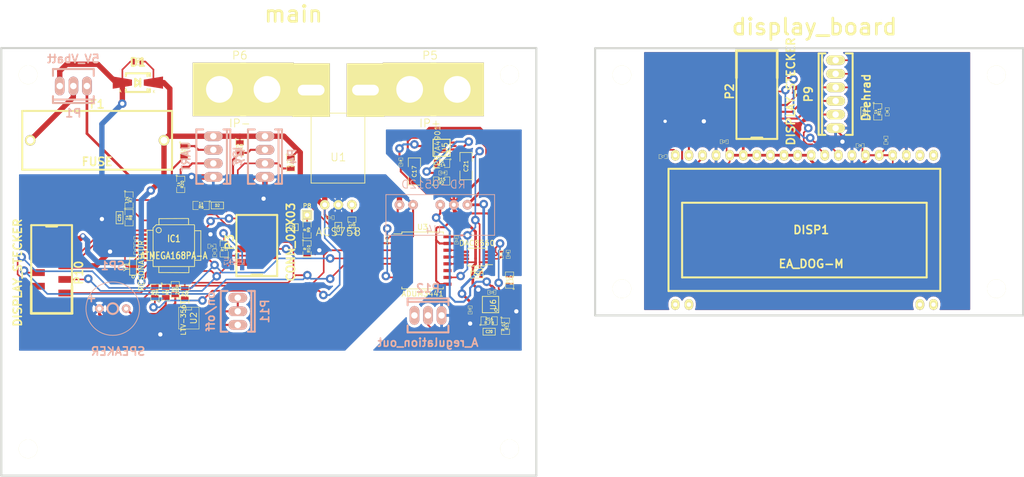
<source format=kicad_pcb>
(kicad_pcb (version 4) (host pcbnew "(2014-10-31 BZR 5243)-product")
  (layers (0 F.Cu signal) (31 B.Cu signal) (34 B.Paste user) (35 F.Paste user) (36 B.SilkS user) (37 F.SilkS user) (38 B.Mask user) (39 F.Mask user) (44 Edge.Cuts user))
  (net 0 "")
  (net 1 VCC)
  (net 2 GND)
  (net 3 "Net-(C4-Pad1)")
  (net 4 /S_D)
  (net 5 +5VA)
  (net 6 AGND)
  (net 7 /Vref)
  (net 8 +12V)
  (net 9 "Net-(C18-Pad1)")
  (net 10 "Net-(C19-Pad2)")
  (net 11 /V_current)
  (net 12 "Net-(C20-Pad2)")
  (net 13 -12V)
  (net 14 "Net-(D2-Pad1)")
  (net 15 "Net-(DISP1-Pad21)")
  (net 16 "Net-(DISP1-Pad22)")
  (net 17 /MOSI_D)
  (net 18 /SCK_D)
  (net 19 /CSB_D)
  (net 20 /RS_D)
  (net 21 "Net-(F1-Pad1)")
  (net 22 "Net-(IC1-Pad8)")
  (net 23 "Net-(IC1-Pad7)")
  (net 24 /S)
  (net 25 /B)
  (net 26 /U_reserve)
  (net 27 /SCK)
  (net 28 "Net-(IC1-Pad22)")
  (net 29 /U_Netzteil)
  (net 30 /A)
  (net 31 "Net-(IC1-Pad31)")
  (net 32 "Net-(IC1-Pad30)")
  (net 33 /RST)
  (net 34 "Net-(IC1-Pad26)")
  (net 35 /U_Strom)
  (net 36 /RS)
  (net 37 /CSB)
  (net 38 "Net-(IC1-Pad11)")
  (net 39 "Net-(IC1-Pad12)")
  (net 40 "Net-(IC1-Pad13)")
  (net 41 /SS_DAC)
  (net 42 /MOSI)
  (net 43 /MISO)
  (net 44 "Net-(IC2-Pad3)")
  (net 45 "Net-(IC2-Pad5)")
  (net 46 "Net-(IC2-Pad6)")
  (net 47 "Net-(IC2-Pad7)")
  (net 48 "Net-(P1-Pad3)")
  (net 49 /A_D)
  (net 50 /B_D)
  (net 51 "Net-(P9-Pad5)")
  (net 52 "Net-(P11-Pad1)")
  (net 53 "Net-(P11-Pad2)")
  (net 54 "Net-(P12-Pad3)")
  (net 55 /on)
  (net 56 "Net-(R3-Pad2)")
  (net 57 "Net-(P8-Pad1)")
  (net 58 "Net-(U3-Pad6)")
  (net 59 "Net-(U3-Pad11)")
  (net 60 "Net-(U5-Pad3)")
  (net 61 "Net-(U5-Pad7)")
  (net 62 /MISO_D)
  (net 63 "Net-(P5-Pad1)")
  (net 64 "Net-(P6-Pad1)")
  (net 65 "Net-(R17-Pad2)")
  (net 66 /SCL)
  (net 67 /SDA)
  (net 68 "Net-(P7-Pad2)")
  (net 69 "Net-(P7-Pad3)")
  (net 70 "Net-(U7-Pad3)")
  (module EuroBoard_Outline:EuroBoard_halb_Type-I_100mmX80mm_holes (layer F.Cu) (at 67.818 152.908)
    (fp_text reference main (at 54.61 -86.36) (layer F.SilkS) (effects (font (size 2.99974 2.99974) (thickness 0.50038))))
    (fp_text value EuroBoard_halb_Type-I_100mmX80mm_holes hide)
    (fp_line (start 0 0) (end 0 -79.99984) (layer Edge.Cuts) (width 0.381))
    (fp_line (start 0 -79.99984) (end 99.9998 -79.99984) (layer Edge.Cuts) (width 0.381))
    (fp_line (start 99.9998 -79.99984) (end 99.9998 0) (layer Edge.Cuts) (width 0.381))
    (fp_line (start 99.9998 0) (end 0 0) (layer Edge.Cuts) (width 0.381))
    (pad "" np_thru_hole circle (at 5.00126 -5.00126) (size 3.50012 3.50012) (drill 3.50012) (layers *.Cu *.Mask F.SilkS))
    (pad "" np_thru_hole circle (at 5.00126 -75.00112) (size 3.50012 3.50012) (drill 3.50012) (layers *.Cu *.Mask F.SilkS))
    (pad "" np_thru_hole circle (at 95.00108 -75.00112) (size 3.50012 3.50012) (drill 3.50012) (layers *.Cu *.Mask F.SilkS))
    (pad "" np_thru_hole circle (at 95.00108 -5.00126) (size 3.50012 3.50012) (drill 3.50012) (layers *.Cu *.Mask F.SilkS))
  )
  (module SMD_Packages:SMD-0402 (layer F.Cu) (at 107.696 111.252 90)
    (fp_text reference C1 (at 0 0 90) (layer F.SilkS) (effects (font (size 0.35052 0.3048) (thickness 0.07112))))
    (fp_text value 100nF hide)
    (pad 1 smd rect (at -0.44958 0 90) (size 0.39878 0.59944) (layers F.Cu F.Paste F.Mask) (net 1 VCC))
    (pad 2 smd rect (at 0.44958 0 90) (size 0.39878 0.59944) (layers F.Cu F.Paste F.Mask) (net 2 GND))
  )
  (module SMD_Packages:SMD-0402 (layer F.Cu) (at 92.964 108.966 90)
    (fp_text reference C2 (at 0 0 90) (layer F.SilkS) (effects (font (size 0.35052 0.3048) (thickness 0.07112))))
    (fp_text value 100nF hide)
    (pad 1 smd rect (at -0.44958 0 90) (size 0.39878 0.59944) (layers F.Cu F.Paste F.Mask) (net 1 VCC))
    (pad 2 smd rect (at 0.44958 0 90) (size 0.39878 0.59944) (layers F.Cu F.Paste F.Mask) (net 2 GND))
  )
  (module SMD_Packages:SMD-0402 (layer F.Cu) (at 92.964 110.744 90)
    (fp_text reference C3 (at 0 0 90) (layer F.SilkS) (effects (font (size 0.35052 0.3048) (thickness 0.07112))))
    (fp_text value 100nF hide)
    (pad 1 smd rect (at -0.44958 0 90) (size 0.39878 0.59944) (layers F.Cu F.Paste F.Mask) (net 1 VCC))
    (pad 2 smd rect (at 0.44958 0 90) (size 0.39878 0.59944) (layers F.Cu F.Paste F.Mask) (net 2 GND))
  )
  (module SMD_Packages:SMD-0402 (layer F.Cu) (at 107.188 109.982)
    (fp_text reference C4 (at 0 0) (layer F.SilkS) (effects (font (size 0.35052 0.3048) (thickness 0.07112))))
    (fp_text value 100uF hide)
    (pad 1 smd rect (at -0.44958 0) (size 0.39878 0.59944) (layers F.Cu F.Paste F.Mask) (net 3 "Net-(C4-Pad1)"))
    (pad 2 smd rect (at 0.44958 0) (size 0.39878 0.59944) (layers F.Cu F.Paste F.Mask) (net 2 GND))
  )
  (module SMD_Packages:SMD-0603 (layer F.Cu) (at 93.218 75.438 180)
    (fp_text reference C5 (at 0 0 180) (layer F.SilkS) (effects (font (size 0.508 0.4572) (thickness 0.1143))))
    (fp_text value 1uF hide)
    (pad 1 smd rect (at -0.762 0 180) (size 0.635 1.143) (layers F.Cu F.Paste F.Mask) (net 1 VCC))
    (pad 2 smd rect (at 0.762 0 180) (size 0.635 1.143) (layers F.Cu F.Paste F.Mask) (net 2 GND))
  )
  (module SMD_Packages:SMD-0402 (layer F.Cu) (at 233.172 90.17 90)
    (fp_text reference C6 (at 0 0 90) (layer F.SilkS) (effects (font (size 0.35052 0.3048) (thickness 0.07112))))
    (fp_text value 100nF hide)
    (pad 1 smd rect (at -0.44958 0 90) (size 0.39878 0.59944) (layers F.Cu F.Paste F.Mask) (net 1 VCC))
    (pad 2 smd rect (at 0.44958 0 90) (size 0.39878 0.59944) (layers F.Cu F.Paste F.Mask) (net 2 GND))
  )
  (module SMD_Packages:SMD-0402 (layer F.Cu) (at 191.516 93.218)
    (fp_text reference C7 (at 0 0) (layer F.SilkS) (effects (font (size 0.35052 0.3048) (thickness 0.07112))))
    (fp_text value 100nF hide)
    (pad 1 smd rect (at -0.44958 0) (size 0.39878 0.59944) (layers F.Cu F.Paste F.Mask) (net 1 VCC))
    (pad 2 smd rect (at 0.44958 0) (size 0.39878 0.59944) (layers F.Cu F.Paste F.Mask) (net 2 GND))
  )
  (module SMD_Packages:SMD-0402 (layer F.Cu) (at 233.426 84.836 270)
    (fp_text reference C8 (at 0 0 270) (layer F.SilkS) (effects (font (size 0.35052 0.3048) (thickness 0.07112))))
    (fp_text value 100nF hide)
    (pad 1 smd rect (at -0.44958 0 270) (size 0.39878 0.59944) (layers F.Cu F.Paste F.Mask) (net 1 VCC))
    (pad 2 smd rect (at 0.44958 0 270) (size 0.39878 0.59944) (layers F.Cu F.Paste F.Mask) (net 2 GND))
  )
  (module SMD_Packages:SMD-0402 (layer F.Cu) (at 228.346 91.186 180)
    (fp_text reference C9 (at 0 0 180) (layer F.SilkS) (effects (font (size 0.35052 0.3048) (thickness 0.07112))))
    (fp_text value 100nF hide)
    (pad 1 smd rect (at -0.44958 0 180) (size 0.39878 0.59944) (layers F.Cu F.Paste F.Mask) (net 1 VCC))
    (pad 2 smd rect (at 0.44958 0 180) (size 0.39878 0.59944) (layers F.Cu F.Paste F.Mask) (net 2 GND))
  )
  (module SMD_Packages:SMD-0603 (layer F.Cu) (at 229.108 85.09 270)
    (fp_text reference C10 (at 0 0 270) (layer F.SilkS) (effects (font (size 0.508 0.4572) (thickness 0.1143))))
    (fp_text value 1uF hide)
    (pad 1 smd rect (at -0.762 0 270) (size 0.635 1.143) (layers F.Cu F.Paste F.Mask) (net 4 /S_D))
    (pad 2 smd rect (at 0.762 0 270) (size 0.635 1.143) (layers F.Cu F.Paste F.Mask) (net 2 GND))
  )
  (module SMD_Packages:SMD-0402 (layer F.Cu) (at 129.286 104.648)
    (fp_text reference C11 (at 0 0) (layer F.SilkS) (effects (font (size 0.35052 0.3048) (thickness 0.07112))))
    (fp_text value 100nF hide)
    (pad 1 smd rect (at -0.44958 0) (size 0.39878 0.59944) (layers F.Cu F.Paste F.Mask) (net 1 VCC))
    (pad 2 smd rect (at 0.44958 0) (size 0.39878 0.59944) (layers F.Cu F.Paste F.Mask) (net 2 GND))
  )
  (module SMD_Packages:SMD-0402 (layer F.Cu) (at 139.954 108.966 270)
    (fp_text reference C12 (at 0 0 270) (layer F.SilkS) (effects (font (size 0.35052 0.3048) (thickness 0.07112))))
    (fp_text value 100nF hide)
    (pad 1 smd rect (at -0.44958 0 270) (size 0.39878 0.59944) (layers F.Cu F.Paste F.Mask) (net 1 VCC))
    (pad 2 smd rect (at 0.44958 0 270) (size 0.39878 0.59944) (layers F.Cu F.Paste F.Mask) (net 2 GND))
  )
  (module SMD_Packages:SMD-0402 (layer F.Cu) (at 152.908 108.839 270)
    (fp_text reference C13 (at 0 0 270) (layer F.SilkS) (effects (font (size 0.35052 0.3048) (thickness 0.07112))))
    (fp_text value 100nF hide)
    (pad 1 smd rect (at -0.44958 0 270) (size 0.39878 0.59944) (layers F.Cu F.Paste F.Mask) (net 5 +5VA))
    (pad 2 smd rect (at 0.44958 0 270) (size 0.39878 0.59944) (layers F.Cu F.Paste F.Mask) (net 6 AGND))
  )
  (module SMD_Packages:SMD-0603 (layer F.Cu) (at 156.718 115.316 180)
    (fp_text reference C14 (at 0 0 180) (layer F.SilkS) (effects (font (size 0.508 0.4572) (thickness 0.1143))))
    (fp_text value 1uF hide)
    (pad 1 smd rect (at -0.762 0 180) (size 0.635 1.143) (layers F.Cu F.Paste F.Mask) (net 5 +5VA))
    (pad 2 smd rect (at 0.762 0 180) (size 0.635 1.143) (layers F.Cu F.Paste F.Mask) (net 6 AGND))
  )
  (module SMD_Packages:SMD-0402 (layer F.Cu) (at 161.29 111.506 90)
    (fp_text reference C15 (at 0 0 90) (layer F.SilkS) (effects (font (size 0.35052 0.3048) (thickness 0.07112))))
    (fp_text value 100nF hide)
    (pad 1 smd rect (at -0.44958 0 90) (size 0.39878 0.59944) (layers F.Cu F.Paste F.Mask) (net 7 /Vref))
    (pad 2 smd rect (at 0.44958 0 90) (size 0.39878 0.59944) (layers F.Cu F.Paste F.Mask) (net 6 AGND))
  )
  (module SMD_Packages:SMD-0402 (layer F.Cu) (at 162.56 111.506 90)
    (fp_text reference C16 (at 0 0 90) (layer F.SilkS) (effects (font (size 0.35052 0.3048) (thickness 0.07112))))
    (fp_text value 100nF hide)
    (pad 1 smd rect (at -0.44958 0 90) (size 0.39878 0.59944) (layers F.Cu F.Paste F.Mask) (net 7 /Vref))
    (pad 2 smd rect (at 0.44958 0 90) (size 0.39878 0.59944) (layers F.Cu F.Paste F.Mask) (net 6 AGND))
  )
  (module SMD_Packages:SMD-1206 (layer F.Cu) (at 145.034 96.012 270)
    (fp_text reference C17 (at 0 0 270) (layer F.SilkS) (effects (font (size 0.762 0.762) (thickness 0.127))))
    (fp_text value 10uF hide)
    (pad 1 smd rect (at -1.651 0 270) (size 1.524 2.032) (layers F.Cu F.Paste F.Mask) (net 8 +12V))
    (pad 2 smd rect (at 1.651 0 270) (size 1.524 2.032) (layers F.Cu F.Paste F.Mask) (net 6 AGND))
  )
  (module SMD_Packages:SMD-0402 (layer F.Cu) (at 142.494 94.234 270)
    (fp_text reference C18 (at 0 0 270) (layer F.SilkS) (effects (font (size 0.35052 0.3048) (thickness 0.07112))))
    (fp_text value 10nF hide)
    (pad 1 smd rect (at -0.44958 0 270) (size 0.39878 0.59944) (layers F.Cu F.Paste F.Mask) (net 9 "Net-(C18-Pad1)"))
    (pad 2 smd rect (at 0.44958 0 270) (size 0.39878 0.59944) (layers F.Cu F.Paste F.Mask) (net 6 AGND))
  )
  (module SMD_Packages:SMD-0402 (layer F.Cu) (at 150.368 96.266 180)
    (fp_text reference C19 (at 0 0 180) (layer F.SilkS) (effects (font (size 0.35052 0.3048) (thickness 0.07112))))
    (fp_text value 10nF hide)
    (pad 1 smd rect (at -0.44958 0 180) (size 0.39878 0.59944) (layers F.Cu F.Paste F.Mask) (net 5 +5VA))
    (pad 2 smd rect (at 0.44958 0 180) (size 0.39878 0.59944) (layers F.Cu F.Paste F.Mask) (net 10 "Net-(C19-Pad2)"))
  )
  (module SMD_Packages:SMD-0603 (layer F.Cu) (at 159.004 125.984)
    (fp_text reference C20 (at 0 0) (layer F.SilkS) (effects (font (size 0.508 0.4572) (thickness 0.1143))))
    (fp_text value C_comp hide)
    (pad 1 smd rect (at -0.762 0) (size 0.635 1.143) (layers F.Cu F.Paste F.Mask) (net 11 /V_current))
    (pad 2 smd rect (at 0.762 0) (size 0.635 1.143) (layers F.Cu F.Paste F.Mask) (net 12 "Net-(C20-Pad2)"))
  )
  (module SMD_Packages:SMD-1206 (layer F.Cu) (at 154.686 94.996 270)
    (fp_text reference C21 (at 0 0 270) (layer F.SilkS) (effects (font (size 0.762 0.762) (thickness 0.127))))
    (fp_text value 10uF hide)
    (pad 1 smd rect (at -1.651 0 270) (size 1.524 2.032) (layers F.Cu F.Paste F.Mask) (net 5 +5VA))
    (pad 2 smd rect (at 1.651 0 270) (size 1.524 2.032) (layers F.Cu F.Paste F.Mask) (net 6 AGND))
  )
  (module SMD_Packages:SMD-0402 (layer F.Cu) (at 155.448 121.92 270)
    (fp_text reference C22 (at 0 0 270) (layer F.SilkS) (effects (font (size 0.35052 0.3048) (thickness 0.07112))))
    (fp_text value 100nF hide)
    (pad 1 smd rect (at -0.44958 0 270) (size 0.39878 0.59944) (layers F.Cu F.Paste F.Mask) (net 8 +12V))
    (pad 2 smd rect (at 0.44958 0 270) (size 0.39878 0.59944) (layers F.Cu F.Paste F.Mask) (net 6 AGND))
  )
  (module SMD_Packages:SMD-0402 (layer F.Cu) (at 159.512 118.618)
    (fp_text reference C23 (at 0 0) (layer F.SilkS) (effects (font (size 0.35052 0.3048) (thickness 0.07112))))
    (fp_text value 100nF hide)
    (pad 1 smd rect (at -0.44958 0) (size 0.39878 0.59944) (layers F.Cu F.Paste F.Mask) (net 6 AGND))
    (pad 2 smd rect (at 0.44958 0) (size 0.39878 0.59944) (layers F.Cu F.Paste F.Mask) (net 13 -12V))
  )
  (module SMD_Packages:SMD-0603 (layer F.Cu) (at 108.204 102.362)
    (fp_text reference D2 (at 0 0) (layer F.SilkS) (effects (font (size 0.508 0.4572) (thickness 0.1143))))
    (fp_text value LED hide)
    (pad 1 smd rect (at -0.762 0) (size 0.635 1.143) (layers F.Cu F.Paste F.Mask) (net 14 "Net-(D2-Pad1)"))
    (pad 2 smd rect (at 0.762 0) (size 0.635 1.143) (layers F.Cu F.Paste F.Mask) (net 2 GND))
  )
  (module toni:EA_DOG-M_DISP (layer F.Cu) (at 219.202 108.204)
    (fp_text reference DISP1 (at 0 -1.27) (layer F.SilkS) (effects (font (thickness 0.3048))))
    (fp_text value EA_DOG-M (at 0 5.08) (layer F.SilkS) (effects (font (thickness 0.3048))))
    (pad 21 thru_hole oval (at 22.86 -15.24) (size 1.6002 1.99898) (drill 0.8128) (layers *.Cu *.Mask F.SilkS) (net 15 "Net-(DISP1-Pad21)"))
    (pad 22 thru_hole oval (at 20.32 -15.24) (size 1.6002 1.99898) (drill 0.8128) (layers *.Cu *.Mask F.SilkS) (net 16 "Net-(DISP1-Pad22)"))
    (pad 23 thru_hole oval (at 17.78 -15.24) (size 1.6002 1.99898) (drill 0.8128) (layers *.Cu *.Mask F.SilkS) (net 2 GND))
    (pad 24 thru_hole oval (at 15.24 -15.24) (size 1.6002 1.99898) (drill 0.8128) (layers *.Cu *.Mask F.SilkS) (net 1 VCC))
    (pad 25 thru_hole oval (at 12.7 -15.24) (size 1.6002 1.99898) (drill 0.8128) (layers *.Cu *.Mask F.SilkS) (net 1 VCC))
    (pad 26 thru_hole oval (at 10.16 -15.24) (size 1.6002 1.99898) (drill 0.8128) (layers *.Cu *.Mask F.SilkS) (net 1 VCC))
    (pad 27 thru_hole oval (at 7.62 -15.24) (size 1.6002 1.99898) (drill 0.8128) (layers *.Cu *.Mask F.SilkS) (net 2 GND))
    (pad 28 thru_hole oval (at 5.08 -15.24) (size 1.6002 1.99898) (drill 0.8128) (layers *.Cu *.Mask F.SilkS) (net 17 /MOSI_D))
    (pad 29 thru_hole oval (at 2.54 -15.24) (size 1.6002 1.99898) (drill 0.8128) (layers *.Cu *.Mask F.SilkS) (net 18 /SCK_D))
    (pad 30 thru_hole oval (at 0 -15.24) (size 1.6002 1.99898) (drill 0.8128) (layers *.Cu *.Mask F.SilkS) (net 1 VCC))
    (pad 31 thru_hole oval (at -2.54 -15.24) (size 1.6002 1.99898) (drill 0.8128) (layers *.Cu *.Mask F.SilkS) (net 1 VCC))
    (pad 32 thru_hole oval (at -5.08 -15.24) (size 1.6002 1.99898) (drill 0.8128) (layers *.Cu *.Mask F.SilkS) (net 1 VCC))
    (pad 33 thru_hole oval (at -7.62 -15.24) (size 1.6002 1.99898) (drill 0.8128) (layers *.Cu *.Mask F.SilkS) (net 1 VCC))
    (pad 34 thru_hole oval (at -10.16 -15.24) (size 1.6002 1.99898) (drill 0.8128) (layers *.Cu *.Mask F.SilkS) (net 1 VCC))
    (pad 35 thru_hole oval (at -12.7 -15.24) (size 1.6002 1.99898) (drill 0.8128) (layers *.Cu *.Mask F.SilkS) (net 1 VCC))
    (pad 36 thru_hole oval (at -15.24 -15.24) (size 1.6002 1.99898) (drill 0.8128) (layers *.Cu *.Mask F.SilkS) (net 1 VCC))
    (pad 37 thru_hole oval (at -17.78 -15.24) (size 1.6002 1.99898) (drill 0.8128) (layers *.Cu *.Mask F.SilkS) (net 2 GND))
    (pad 38 thru_hole oval (at -20.32 -15.24) (size 1.6002 1.99898) (drill 0.8128) (layers *.Cu *.Mask F.SilkS) (net 19 /CSB_D))
    (pad 39 thru_hole oval (at -22.86 -15.24) (size 1.6002 1.99898) (drill 0.8128) (layers *.Cu *.Mask F.SilkS) (net 20 /RS_D))
    (pad 40 thru_hole oval (at -25.4 -15.24) (size 1.6002 1.99898) (drill 0.8128) (layers *.Cu *.Mask F.SilkS) (net 1 VCC))
    (pad 1 thru_hole oval (at -25.4 12.7) (size 1.6002 1.99898) (drill 0.8128) (layers *.Cu *.Mask F.SilkS))
    (pad 2 thru_hole oval (at -22.86 12.7) (size 1.6002 1.99898) (drill 0.8128) (layers *.Cu *.Mask F.SilkS))
    (pad 19 thru_hole oval (at 20.32 12.7) (size 1.6002 1.99898) (drill 0.8128) (layers *.Cu *.Mask F.SilkS))
    (pad 20 thru_hole oval (at 22.86 12.7) (size 1.6002 1.99898) (drill 0.8128) (layers *.Cu *.Mask F.SilkS))
  )
  (module toni:fuse_holder_Schurther (layer F.Cu) (at 85.725 90.17)
    (fp_text reference F1 (at 0 -6.74878) (layer F.SilkS) (effects (font (thickness 0.3048))))
    (fp_text value FUSE (at 0 4.0005) (layer F.SilkS) (effects (font (thickness 0.3048))))
    (pad 1 thru_hole circle (at -12.49934 0) (size 1.99898 1.99898) (drill 1.30048) (layers *.Cu *.Mask F.SilkS) (net 21 "Net-(F1-Pad1)"))
    (pad 2 thru_hole circle (at 12.49934 0) (size 1.99898 1.99898) (drill 1.30048) (layers *.Cu *.Mask F.SilkS) (net 1 VCC))
  )
  (module SMD_Packages:TQFP-32 (layer F.Cu) (at 100.076 109.855)
    (fp_text reference IC1 (at 0 -1.27) (layer F.SilkS) (effects (font (size 1.27 1.016) (thickness 0.2032))))
    (fp_text value ATMEGA168PA-A (at 0 1.905) (layer F.SilkS) (effects (font (size 1.27 1.016) (thickness 0.2032))))
    (pad 8 smd rect (at -4.81584 2.77622) (size 1.99898 0.44958) (layers F.Cu F.Paste F.Mask) (net 22 "Net-(IC1-Pad8)"))
    (pad 7 smd rect (at -4.81584 1.97612) (size 1.99898 0.44958) (layers F.Cu F.Paste F.Mask) (net 23 "Net-(IC1-Pad7)"))
    (pad 6 smd rect (at -4.81584 1.17602) (size 1.99898 0.44958) (layers F.Cu F.Paste F.Mask) (net 1 VCC))
    (pad 5 smd rect (at -4.81584 0.37592) (size 1.99898 0.44958) (layers F.Cu F.Paste F.Mask) (net 2 GND))
    (pad 4 smd rect (at -4.81584 -0.42418) (size 1.99898 0.44958) (layers F.Cu F.Paste F.Mask) (net 1 VCC))
    (pad 3 smd rect (at -4.81584 -1.22428) (size 1.99898 0.44958) (layers F.Cu F.Paste F.Mask) (net 2 GND))
    (pad 2 smd rect (at -4.81584 -2.02438) (size 1.99898 0.44958) (layers F.Cu F.Paste F.Mask) (net 24 /S))
    (pad 1 smd rect (at -4.81584 -2.82448) (size 1.99898 0.44958) (layers F.Cu F.Paste F.Mask) (net 25 /B))
    (pad 24 smd rect (at 4.7498 -2.8194) (size 1.99898 0.44958) (layers F.Cu F.Paste F.Mask) (net 26 /U_reserve))
    (pad 17 smd rect (at 4.7498 2.794) (size 1.99898 0.44958) (layers F.Cu F.Paste F.Mask) (net 27 /SCK))
    (pad 18 smd rect (at 4.7498 1.9812) (size 1.99898 0.44958) (layers F.Cu F.Paste F.Mask) (net 1 VCC))
    (pad 19 smd rect (at 4.7498 1.1684) (size 1.99898 0.44958) (layers F.Cu F.Paste F.Mask) (net 2 GND))
    (pad 20 smd rect (at 4.7498 0.381) (size 1.99898 0.44958) (layers F.Cu F.Paste F.Mask) (net 3 "Net-(C4-Pad1)"))
    (pad 21 smd rect (at 4.7498 -0.4318) (size 1.99898 0.44958) (layers F.Cu F.Paste F.Mask) (net 2 GND))
    (pad 22 smd rect (at 4.7498 -1.2192) (size 1.99898 0.44958) (layers F.Cu F.Paste F.Mask) (net 28 "Net-(IC1-Pad22)"))
    (pad 23 smd rect (at 4.7498 -2.032) (size 1.99898 0.44958) (layers F.Cu F.Paste F.Mask) (net 29 /U_Netzteil))
    (pad 32 smd rect (at -2.82448 -4.826) (size 0.44958 1.99898) (layers F.Cu F.Paste F.Mask) (net 30 /A))
    (pad 31 smd rect (at -2.02692 -4.826) (size 0.44958 1.99898) (layers F.Cu F.Paste F.Mask) (net 31 "Net-(IC1-Pad31)"))
    (pad 30 smd rect (at -1.22428 -4.826) (size 0.44958 1.99898) (layers F.Cu F.Paste F.Mask) (net 32 "Net-(IC1-Pad30)"))
    (pad 29 smd rect (at -0.42672 -4.826) (size 0.44958 1.99898) (layers F.Cu F.Paste F.Mask) (net 33 /RST))
    (pad 28 smd rect (at 0.37592 -4.826) (size 0.44958 1.99898) (layers F.Cu F.Paste F.Mask) (net 66 /SCL))
    (pad 27 smd rect (at 1.17348 -4.826) (size 0.44958 1.99898) (layers F.Cu F.Paste F.Mask) (net 67 /SDA))
    (pad 26 smd rect (at 1.97612 -4.826) (size 0.44958 1.99898) (layers F.Cu F.Paste F.Mask) (net 34 "Net-(IC1-Pad26)"))
    (pad 25 smd rect (at 2.77368 -4.826) (size 0.44958 1.99898) (layers F.Cu F.Paste F.Mask) (net 35 /U_Strom))
    (pad 9 smd rect (at -2.8194 4.7752) (size 0.44958 1.99898) (layers F.Cu F.Paste F.Mask) (net 36 /RS))
    (pad 10 smd rect (at -2.032 4.7752) (size 0.44958 1.99898) (layers F.Cu F.Paste F.Mask) (net 37 /CSB))
    (pad 11 smd rect (at -1.2192 4.7752) (size 0.44958 1.99898) (layers F.Cu F.Paste F.Mask) (net 38 "Net-(IC1-Pad11)"))
    (pad 12 smd rect (at -0.4318 4.7752) (size 0.44958 1.99898) (layers F.Cu F.Paste F.Mask) (net 39 "Net-(IC1-Pad12)"))
    (pad 13 smd rect (at 0.3556 4.7752) (size 0.44958 1.99898) (layers F.Cu F.Paste F.Mask) (net 40 "Net-(IC1-Pad13)"))
    (pad 14 smd rect (at 1.1684 4.7752) (size 0.44958 1.99898) (layers F.Cu F.Paste F.Mask) (net 41 /SS_DAC))
    (pad 15 smd rect (at 1.9812 4.7752) (size 0.44958 1.99898) (layers F.Cu F.Paste F.Mask) (net 42 /MOSI))
    (pad 16 smd rect (at 2.794 4.7752) (size 0.44958 1.99898) (layers F.Cu F.Paste F.Mask) (net 43 /MISO))
  )
  (module Housings_SSOP:MSOP-8_3x3mm_Pitch0.65mm (layer F.Cu) (at 156.718 112.014 180)
    (fp_text reference IC2 (at 0 -2.6 180) (layer F.SilkS))
    (fp_text value DAC8560 (at 0 2.6 180) (layer F.SilkS))
    (pad 1 smd rect (at -2.2 -0.975 180) (size 1.45 0.45) (layers F.Cu F.Paste F.Mask) (net 5 +5VA))
    (pad 2 smd rect (at -2.2 -0.325 180) (size 1.45 0.45) (layers F.Cu F.Paste F.Mask) (net 7 /Vref))
    (pad 3 smd rect (at -2.2 0.325 180) (size 1.45 0.45) (layers F.Cu F.Paste F.Mask) (net 44 "Net-(IC2-Pad3)"))
    (pad 4 smd rect (at -2.2 0.975 180) (size 1.45 0.45) (layers F.Cu F.Paste F.Mask) (net 44 "Net-(IC2-Pad3)"))
    (pad 5 smd rect (at 2.2 0.975 180) (size 1.45 0.45) (layers F.Cu F.Paste F.Mask) (net 45 "Net-(IC2-Pad5)"))
    (pad 6 smd rect (at 2.2 0.325 180) (size 1.45 0.45) (layers F.Cu F.Paste F.Mask) (net 46 "Net-(IC2-Pad6)"))
    (pad 7 smd rect (at 2.2 -0.325 180) (size 1.45 0.45) (layers F.Cu F.Paste F.Mask) (net 47 "Net-(IC2-Pad7)"))
    (pad 8 smd rect (at 2.2 -0.975 180) (size 1.45 0.45) (layers F.Cu F.Paste F.Mask) (net 6 AGND))
  )
  (module Sockets_MOLEX_KK-System:Socket_MOLEX-KK-RM2-54mm_Lock_3pin_straight (layer B.Cu) (at 81.28 80.01)
    (fp_text reference P1 (at 0 5.08) (layer B.SilkS) (effects (font (thickness 0.3048)) (justify mirror)))
    (fp_text value 5V_Vbatt (at 0 -5.08) (layer B.SilkS) (effects (font (thickness 0.3048)) (justify mirror)))
    (pad 1 thru_hole oval (at -2.54 0) (size 1.80086 3.50012) (drill 1.19888) (layers *.Cu *.Mask B.SilkS) (net 2 GND))
    (pad 2 thru_hole oval (at 0 0) (size 1.80086 3.50012) (drill 1.19888) (layers *.Cu *.Mask B.SilkS) (net 21 "Net-(F1-Pad1)"))
    (pad 3 thru_hole oval (at 2.54 0) (size 1.80086 3.50012) (drill 1.19888) (layers *.Cu *.Mask B.SilkS) (net 48 "Net-(P1-Pad3)"))
  )
  (module toni:micro_match3x2 (layer F.Cu) (at 115.57 109.22 90)
    (fp_text reference P3 (at 0 -5.08 90) (layer F.SilkS) (effects (font (thickness 0.3048))))
    (fp_text value CONN_02X03 (at 0 6.35 90) (layer F.SilkS) (effects (font (thickness 0.3048))))
    (pad 1 smd rect (at -3.81 -2.54 90) (size 1.27 2.54) (layers F.Cu F.Paste F.Mask) (net 43 /MISO))
    (pad 2 smd rect (at -2.54 2.54 90) (size 1.27 2.54) (layers F.Cu F.Paste F.Mask) (net 1 VCC))
    (pad 3 smd rect (at -1.27 -2.54 90) (size 1.27 2.54) (layers F.Cu F.Paste F.Mask) (net 27 /SCK))
    (pad 4 smd rect (at 0 2.54 90) (size 1.27 2.54) (layers F.Cu F.Paste F.Mask) (net 42 /MOSI))
    (pad 5 smd rect (at 1.27 -2.54 90) (size 1.27 2.54) (layers F.Cu F.Paste F.Mask) (net 33 /RST))
    (pad 6 smd rect (at 2.54 2.54 90) (size 1.27 2.54) (layers F.Cu F.Paste F.Mask) (net 2 GND))
  )
  (module Sockets_MOLEX_KK-System:Socket_MOLEX-KK-RM2-54mm_Lock_4pin_straight (layer B.Cu) (at 117.094 93.218 90)
    (fp_text reference P4 (at 0 5.08 90) (layer B.SilkS) (effects (font (thickness 0.3048)) (justify mirror)))
    (fp_text value I2C (at 0 -5.08 90) (layer B.SilkS) (effects (font (thickness 0.3048)) (justify mirror)))
    (pad 1 thru_hole oval (at -3.81 0 90) (size 1.80086 3.50012) (drill 1.19888) (layers *.Cu *.Mask B.SilkS) (net 2 GND))
    (pad 2 thru_hole oval (at -1.27 0 90) (size 1.80086 3.50012) (drill 1.19888) (layers *.Cu *.Mask B.SilkS) (net 67 /SDA))
    (pad 3 thru_hole oval (at 1.27 0 90) (size 1.80086 3.50012) (drill 1.19888) (layers *.Cu *.Mask B.SilkS) (net 66 /SCL))
    (pad 4 thru_hole oval (at 3.81 0 90) (size 1.80086 3.50012) (drill 1.19888) (layers *.Cu *.Mask B.SilkS) (net 1 VCC))
  )
  (module Sockets_MOLEX_KK-System:Socket_MOLEX-KK-RM2-54mm_Lock_4pin_straight (layer B.Cu) (at 107.442 93.218 90)
    (fp_text reference P7 (at 0 5.08 90) (layer B.SilkS) (effects (font (thickness 0.3048)) (justify mirror)))
    (fp_text value UART (at 0 -5.08 90) (layer B.SilkS) (effects (font (thickness 0.3048)) (justify mirror)))
    (pad 1 thru_hole oval (at -3.81 0 90) (size 1.80086 3.50012) (drill 1.19888) (layers *.Cu *.Mask B.SilkS) (net 2 GND))
    (pad 2 thru_hole oval (at -1.27 0 90) (size 1.80086 3.50012) (drill 1.19888) (layers *.Cu *.Mask B.SilkS) (net 68 "Net-(P7-Pad2)"))
    (pad 3 thru_hole oval (at 1.27 0 90) (size 1.80086 3.50012) (drill 1.19888) (layers *.Cu *.Mask B.SilkS) (net 69 "Net-(P7-Pad3)"))
    (pad 4 thru_hole oval (at 3.81 0 90) (size 1.80086 3.50012) (drill 1.19888) (layers *.Cu *.Mask B.SilkS) (net 1 VCC))
  )
  (module Sockets_MOLEX_KK-System:Socket_MOLEX-KK-RM2-54mm_Lock_6pin_straight (layer F.Cu) (at 223.774 81.534 90)
    (fp_text reference P9 (at 0 -5.08 90) (layer F.SilkS) (effects (font (thickness 0.3048))))
    (fp_text value Drehrad (at -0.635 5.715 90) (layer F.SilkS) (effects (font (thickness 0.3048))))
    (pad 1 thru_hole oval (at -6.35 0 90) (size 1.80086 3.50012) (drill 1.19888) (layers *.Cu *.Mask F.SilkS) (net 2 GND))
    (pad 2 thru_hole oval (at -3.81 0 90) (size 1.80086 3.50012) (drill 1.19888) (layers *.Cu *.Mask F.SilkS) (net 49 /A_D))
    (pad 3 thru_hole oval (at -1.27 0 90) (size 1.80086 3.50012) (drill 1.19888) (layers *.Cu *.Mask F.SilkS) (net 50 /B_D))
    (pad 4 thru_hole oval (at 1.27 0 90) (size 1.80086 3.50012) (drill 1.19888) (layers *.Cu *.Mask F.SilkS) (net 4 /S_D))
    (pad 5 thru_hole oval (at 3.81 0 90) (size 1.80086 3.50012) (drill 1.19888) (layers *.Cu *.Mask F.SilkS) (net 51 "Net-(P9-Pad5)"))
    (pad 6 thru_hole oval (at 6.35 0 90) (size 1.80086 3.50012) (drill 1.19888) (layers *.Cu *.Mask F.SilkS) (net 1 VCC))
  )
  (module Sockets_MOLEX_KK-System:Socket_MOLEX-KK-RM2-54mm_Lock_3pin_straight (layer B.Cu) (at 112.014 122.174 90)
    (fp_text reference P11 (at 0 5.08 90) (layer B.SilkS) (effects (font (thickness 0.3048)) (justify mirror)))
    (fp_text value on/off (at 0 -5.08 90) (layer B.SilkS) (effects (font (thickness 0.3048)) (justify mirror)))
    (pad 1 thru_hole oval (at -2.54 0 90) (size 1.80086 3.50012) (drill 1.19888) (layers *.Cu *.Mask B.SilkS) (net 52 "Net-(P11-Pad1)"))
    (pad 2 thru_hole oval (at 0 0 90) (size 1.80086 3.50012) (drill 1.19888) (layers *.Cu *.Mask B.SilkS) (net 53 "Net-(P11-Pad2)"))
    (pad 3 thru_hole oval (at 2.54 0 90) (size 1.80086 3.50012) (drill 1.19888) (layers *.Cu *.Mask B.SilkS) (net 53 "Net-(P11-Pad2)"))
  )
  (module Sockets_MOLEX_KK-System:Socket_MOLEX-KK-RM2-54mm_Lock_3pin_straight (layer B.Cu) (at 147.574 122.936 180)
    (fp_text reference P12 (at 0 5.08 180) (layer B.SilkS) (effects (font (thickness 0.3048)) (justify mirror)))
    (fp_text value A_regulation_out (at 0 -5.08 180) (layer B.SilkS) (effects (font (thickness 0.3048)) (justify mirror)))
    (pad 1 thru_hole oval (at -2.54 0 180) (size 1.80086 3.50012) (drill 1.19888) (layers *.Cu *.Mask B.SilkS) (net 6 AGND))
    (pad 2 thru_hole oval (at 0 0 180) (size 1.80086 3.50012) (drill 1.19888) (layers *.Cu *.Mask B.SilkS) (net 11 /V_current))
    (pad 3 thru_hole oval (at 2.54 0 180) (size 1.80086 3.50012) (drill 1.19888) (layers *.Cu *.Mask B.SilkS) (net 54 "Net-(P12-Pad3)"))
  )
  (module SMD_Packages:SMD-0805 (layer F.Cu) (at 109.474 110.49 90)
    (fp_text reference R1 (at 0 -0.3175 90) (layer F.SilkS) (effects (font (size 0.50038 0.50038) (thickness 0.10922))))
    (fp_text value 1k (at 0 0.381 90) (layer F.SilkS) (effects (font (size 0.50038 0.50038) (thickness 0.10922))))
    (pad 1 smd rect (at -0.9525 0 90) (size 0.889 1.397) (layers F.Cu F.Paste F.Mask) (net 1 VCC))
    (pad 2 smd rect (at 0.9525 0 90) (size 0.889 1.397) (layers F.Cu F.Paste F.Mask) (net 3 "Net-(C4-Pad1)"))
  )
  (module SMD_Packages:SMD-0805 (layer F.Cu) (at 100.33 118.11 90)
    (fp_text reference R2 (at 0 -0.3175 90) (layer F.SilkS) (effects (font (size 0.50038 0.50038) (thickness 0.10922))))
    (fp_text value 200R (at 0 0.381 90) (layer F.SilkS) (effects (font (size 0.50038 0.50038) (thickness 0.10922))))
    (pad 1 smd rect (at -0.9525 0 90) (size 0.889 1.397) (layers F.Cu F.Paste F.Mask) (net 55 /on))
    (pad 2 smd rect (at 0.9525 0 90) (size 0.889 1.397) (layers F.Cu F.Paste F.Mask) (net 39 "Net-(IC1-Pad12)"))
  )
  (module SMD_Packages:SMD-0805 (layer F.Cu) (at 98.552 118.618 270)
    (fp_text reference R3 (at 0 -0.3175 270) (layer F.SilkS) (effects (font (size 0.50038 0.50038) (thickness 0.10922))))
    (fp_text value R (at 0 0.381 270) (layer F.SilkS) (effects (font (size 0.50038 0.50038) (thickness 0.10922))))
    (pad 1 smd rect (at -0.9525 0 270) (size 0.889 1.397) (layers F.Cu F.Paste F.Mask) (net 38 "Net-(IC1-Pad11)"))
    (pad 2 smd rect (at 0.9525 0 270) (size 0.889 1.397) (layers F.Cu F.Paste F.Mask) (net 56 "Net-(R3-Pad2)"))
  )
  (module SMD_Packages:SMD-0805 (layer F.Cu) (at 102.108 118.872 90)
    (fp_text reference R4 (at 0 -0.3175 90) (layer F.SilkS) (effects (font (size 0.50038 0.50038) (thickness 0.10922))))
    (fp_text value 20k (at 0 0.381 90) (layer F.SilkS) (effects (font (size 0.50038 0.50038) (thickness 0.10922))))
    (pad 1 smd rect (at -0.9525 0 90) (size 0.889 1.397) (layers F.Cu F.Paste F.Mask) (net 1 VCC))
    (pad 2 smd rect (at 0.9525 0 90) (size 0.889 1.397) (layers F.Cu F.Paste F.Mask) (net 41 /SS_DAC))
  )
  (module SMD_Packages:SMD-0805 (layer F.Cu) (at 96.52 118.618 90)
    (fp_text reference R5 (at 0 -0.3175 90) (layer F.SilkS) (effects (font (size 0.50038 0.50038) (thickness 0.10922))))
    (fp_text value 20k (at 0 0.381 90) (layer F.SilkS) (effects (font (size 0.50038 0.50038) (thickness 0.10922))))
    (pad 1 smd rect (at -0.9525 0 90) (size 0.889 1.397) (layers F.Cu F.Paste F.Mask) (net 1 VCC))
    (pad 2 smd rect (at 0.9525 0 90) (size 0.889 1.397) (layers F.Cu F.Paste F.Mask) (net 37 /CSB))
  )
  (module SMD_Packages:SMD-0805 (layer F.Cu) (at 105.156 102.362 180)
    (fp_text reference R6 (at 0 -0.3175 180) (layer F.SilkS) (effects (font (size 0.50038 0.50038) (thickness 0.10922))))
    (fp_text value 1k (at 0 0.381 180) (layer F.SilkS) (effects (font (size 0.50038 0.50038) (thickness 0.10922))))
    (pad 1 smd rect (at -0.9525 0 180) (size 0.889 1.397) (layers F.Cu F.Paste F.Mask) (net 14 "Net-(D2-Pad1)"))
    (pad 2 smd rect (at 0.9525 0 180) (size 0.889 1.397) (layers F.Cu F.Paste F.Mask) (net 34 "Net-(IC1-Pad26)"))
  )
  (module SMD_Packages:SMD-0805 (layer F.Cu) (at 91.694 101.346 270)
    (fp_text reference R7 (at 0 -0.3175 270) (layer F.SilkS) (effects (font (size 0.50038 0.50038) (thickness 0.10922))))
    (fp_text value 12k (at 0 0.381 270) (layer F.SilkS) (effects (font (size 0.50038 0.50038) (thickness 0.10922))))
    (pad 1 smd rect (at -0.9525 0 270) (size 0.889 1.397) (layers F.Cu F.Paste F.Mask) (net 48 "Net-(P1-Pad3)"))
    (pad 2 smd rect (at 0.9525 0 270) (size 0.889 1.397) (layers F.Cu F.Paste F.Mask) (net 29 /U_Netzteil))
  )
  (module SMD_Packages:SMD-0805 (layer F.Cu) (at 91.694 104.648 270)
    (fp_text reference R8 (at 0 -0.3175 270) (layer F.SilkS) (effects (font (size 0.50038 0.50038) (thickness 0.10922))))
    (fp_text value 1k (at 0 0.381 270) (layer F.SilkS) (effects (font (size 0.50038 0.50038) (thickness 0.10922))))
    (pad 1 smd rect (at -0.9525 0 270) (size 0.889 1.397) (layers F.Cu F.Paste F.Mask) (net 29 /U_Netzteil))
    (pad 2 smd rect (at 0.9525 0 270) (size 0.889 1.397) (layers F.Cu F.Paste F.Mask) (net 2 GND))
  )
  (module SMD_Packages:SMD-0805 (layer F.Cu) (at 124.968 106.934 270)
    (fp_text reference R9 (at 0 -0.3175 270) (layer F.SilkS) (effects (font (size 0.50038 0.50038) (thickness 0.10922))))
    (fp_text value R (at 0 0.381 270) (layer F.SilkS) (effects (font (size 0.50038 0.50038) (thickness 0.10922))))
    (pad 1 smd rect (at -0.9525 0 270) (size 0.889 1.397) (layers F.Cu F.Paste F.Mask) (net 57 "Net-(P8-Pad1)"))
    (pad 2 smd rect (at 0.9525 0 270) (size 0.889 1.397) (layers F.Cu F.Paste F.Mask) (net 26 /U_reserve))
  )
  (module SMD_Packages:SMD-0805 (layer F.Cu) (at 124.968 110.49 270)
    (fp_text reference R10 (at 0 -0.3175 270) (layer F.SilkS) (effects (font (size 0.50038 0.50038) (thickness 0.10922))))
    (fp_text value R (at 0 0.381 270) (layer F.SilkS) (effects (font (size 0.50038 0.50038) (thickness 0.10922))))
    (pad 1 smd rect (at -0.9525 0 270) (size 0.889 1.397) (layers F.Cu F.Paste F.Mask) (net 26 /U_reserve))
    (pad 2 smd rect (at 0.9525 0 270) (size 0.889 1.397) (layers F.Cu F.Paste F.Mask) (net 2 GND))
  )
  (module SMD_Packages:SMD-0805 (layer F.Cu) (at 231.648 84.836 270)
    (fp_text reference R11 (at 0 -0.3175 270) (layer F.SilkS) (effects (font (size 0.50038 0.50038) (thickness 0.10922))))
    (fp_text value 1k (at 0 0.381 270) (layer F.SilkS) (effects (font (size 0.50038 0.50038) (thickness 0.10922))))
    (pad 1 smd rect (at -0.9525 0 270) (size 0.889 1.397) (layers F.Cu F.Paste F.Mask) (net 51 "Net-(P9-Pad5)"))
    (pad 2 smd rect (at 0.9525 0 270) (size 0.889 1.397) (layers F.Cu F.Paste F.Mask) (net 2 GND))
  )
  (module SMD_Packages:SMD-0805 (layer F.Cu) (at 162.814 116.332 90)
    (fp_text reference R12 (at 0 -0.3175 90) (layer F.SilkS) (effects (font (size 0.50038 0.50038) (thickness 0.10922))))
    (fp_text value R_G2 (at 0 0.381 90) (layer F.SilkS) (effects (font (size 0.50038 0.50038) (thickness 0.10922))))
    (pad 1 smd rect (at -0.9525 0 90) (size 0.889 1.397) (layers F.Cu F.Paste F.Mask) (net 12 "Net-(C20-Pad2)"))
    (pad 2 smd rect (at 0.9525 0 90) (size 0.889 1.397) (layers F.Cu F.Paste F.Mask) (net 7 /Vref))
  )
  (module SMD_Packages:SMD-0805 (layer F.Cu) (at 162.052 124.968 270)
    (fp_text reference R13 (at 0 -0.3175 270) (layer F.SilkS) (effects (font (size 0.50038 0.50038) (thickness 0.10922))))
    (fp_text value R_G1 (at 0 0.381 270) (layer F.SilkS) (effects (font (size 0.50038 0.50038) (thickness 0.10922))))
    (pad 1 smd rect (at -0.9525 0 270) (size 0.889 1.397) (layers F.Cu F.Paste F.Mask) (net 6 AGND))
    (pad 2 smd rect (at 0.9525 0 270) (size 0.889 1.397) (layers F.Cu F.Paste F.Mask) (net 12 "Net-(C20-Pad2)"))
  )
  (module SMD_Packages:SMD-0805 (layer F.Cu) (at 150.114 94.488 180)
    (fp_text reference R14 (at 0 -0.3175 180) (layer F.SilkS) (effects (font (size 0.50038 0.50038) (thickness 0.10922))))
    (fp_text value R1 (at 0 0.381 180) (layer F.SilkS) (effects (font (size 0.50038 0.50038) (thickness 0.10922))))
    (pad 1 smd rect (at -0.9525 0 180) (size 0.889 1.397) (layers F.Cu F.Paste F.Mask) (net 5 +5VA))
    (pad 2 smd rect (at 0.9525 0 180) (size 0.889 1.397) (layers F.Cu F.Paste F.Mask) (net 10 "Net-(C19-Pad2)"))
  )
  (module SMD_Packages:SMD-0805 (layer F.Cu) (at 150.114 97.79)
    (fp_text reference R15 (at 0 -0.3175) (layer F.SilkS) (effects (font (size 0.50038 0.50038) (thickness 0.10922))))
    (fp_text value R2 (at 0 0.381) (layer F.SilkS) (effects (font (size 0.50038 0.50038) (thickness 0.10922))))
    (pad 1 smd rect (at -0.9525 0) (size 0.889 1.397) (layers F.Cu F.Paste F.Mask) (net 10 "Net-(C19-Pad2)"))
    (pad 2 smd rect (at 0.9525 0) (size 0.889 1.397) (layers F.Cu F.Paste F.Mask) (net 6 AGND))
  )
  (module SMD_Packages:SMD-0805 (layer F.Cu) (at 159.004 123.952)
    (fp_text reference R16 (at 0 -0.3175) (layer F.SilkS) (effects (font (size 0.50038 0.50038) (thickness 0.10922))))
    (fp_text value R_FB (at 0 0.381) (layer F.SilkS) (effects (font (size 0.50038 0.50038) (thickness 0.10922))))
    (pad 1 smd rect (at -0.9525 0) (size 0.889 1.397) (layers F.Cu F.Paste F.Mask) (net 11 /V_current))
    (pad 2 smd rect (at 0.9525 0) (size 0.889 1.397) (layers F.Cu F.Paste F.Mask) (net 12 "Net-(C20-Pad2)"))
  )
  (module toni:Buzzer_AI-1027-TWT-5V-R (layer B.Cu) (at 88.646 121.666 180)
    (fp_text reference SP1 (at 0 8.001 180) (layer B.SilkS) (effects (font (thickness 0.3048)) (justify mirror)))
    (fp_text value SPEAKER (at -1.00076 -8.001 180) (layer B.SilkS) (effects (font (thickness 0.3048)) (justify mirror)))
    (fp_text user + (at 4.0005 1.99898 180) (layer B.SilkS) (effects (font (thickness 0.3048)) (justify mirror)))
    (pad 1 thru_hole circle (at -2.5 0 180) (size 1.6002 1.6002) (drill 0.8) (layers *.Cu *.Mask B.SilkS) (net 56 "Net-(R3-Pad2)"))
    (pad 2 thru_hole circle (at 2.5 0 180) (size 1.6002 1.6002) (drill 0.8) (layers *.Cu *.Mask B.SilkS) (net 2 GND))
  )
  (module toni:SO-4 (layer F.Cu) (at 102.87 123.444 270)
    (fp_text reference U2 (at 0 -0.889 270) (layer F.SilkS) (effects (font (size 1.143 1.143) (thickness 0.1524))))
    (fp_text value LTV-356T (at 0 1.016 270) (layer F.SilkS) (effects (font (size 0.889 0.889) (thickness 0.1524))))
    (pad 2 smd rect (at 1.27 3.2512 270) (size 0.8001 1.30048) (layers F.Cu F.Paste F.Mask) (net 2 GND))
    (pad 1 smd rect (at -1.27 3.2512 270) (size 0.8001 1.30048) (layers F.Cu F.Paste F.Mask) (net 55 /on))
    (pad 4 smd rect (at -1.27 -3.2512 270) (size 0.8001 1.30048) (layers F.Cu F.Paste F.Mask) (net 53 "Net-(P11-Pad2)"))
    (pad 3 smd rect (at 1.27 -3.2512 270) (size 0.8001 1.30048) (layers F.Cu F.Paste F.Mask) (net 52 "Net-(P11-Pad1)"))
  )
  (module Housings_SOIC:SOIC-16_7.5x10.3mm_Pitch1.27mm (layer F.Cu) (at 146.558 112.649)
    (fp_text reference U3 (at 0 -6.25) (layer F.SilkS))
    (fp_text value ADUM3441 (at 0 6.25) (layer F.SilkS))
    (pad 1 smd rect (at -4.65 -4.445) (size 1.5 0.6) (layers F.Cu F.Paste F.Mask) (net 1 VCC))
    (pad 2 smd rect (at -4.65 -3.175) (size 1.5 0.6) (layers F.Cu F.Paste F.Mask) (net 2 GND))
    (pad 3 smd rect (at -4.65 -1.905) (size 1.5 0.6) (layers F.Cu F.Paste F.Mask) (net 41 /SS_DAC))
    (pad 4 smd rect (at -4.65 -0.635) (size 1.5 0.6) (layers F.Cu F.Paste F.Mask) (net 27 /SCK))
    (pad 5 smd rect (at -4.65 0.635) (size 1.5 0.6) (layers F.Cu F.Paste F.Mask) (net 42 /MOSI))
    (pad 6 smd rect (at -4.65 1.905) (size 1.5 0.6) (layers F.Cu F.Paste F.Mask) (net 58 "Net-(U3-Pad6)"))
    (pad 7 smd rect (at -4.65 3.175) (size 1.5 0.6) (layers F.Cu F.Paste F.Mask) (net 1 VCC))
    (pad 8 smd rect (at -4.65 4.445) (size 1.5 0.6) (layers F.Cu F.Paste F.Mask) (net 2 GND))
    (pad 9 smd rect (at 4.65 4.445) (size 1.5 0.6) (layers F.Cu F.Paste F.Mask) (net 6 AGND))
    (pad 10 smd rect (at 4.65 3.175) (size 1.5 0.6) (layers F.Cu F.Paste F.Mask) (net 5 +5VA))
    (pad 11 smd rect (at 4.65 1.905) (size 1.5 0.6) (layers F.Cu F.Paste F.Mask) (net 59 "Net-(U3-Pad11)"))
    (pad 12 smd rect (at 4.65 0.635) (size 1.5 0.6) (layers F.Cu F.Paste F.Mask) (net 47 "Net-(IC2-Pad7)"))
    (pad 13 smd rect (at 4.65 -0.635) (size 1.5 0.6) (layers F.Cu F.Paste F.Mask) (net 46 "Net-(IC2-Pad6)"))
    (pad 14 smd rect (at 4.65 -1.905) (size 1.5 0.6) (layers F.Cu F.Paste F.Mask) (net 45 "Net-(IC2-Pad5)"))
    (pad 15 smd rect (at 4.65 -3.175) (size 1.5 0.6) (layers F.Cu F.Paste F.Mask) (net 6 AGND))
    (pad 16 smd rect (at 4.65 -4.445) (size 1.5 0.6) (layers F.Cu F.Paste F.Mask) (net 5 +5VA))
  )
  (module toni:MSOP-8_power_pad (layer F.Cu) (at 150.114 91.567 90)
    (fp_text reference U5 (at 0 0.635 90) (layer F.SilkS) (effects (font (size 1.00076 1.00076) (thickness 0.1524))))
    (fp_text value TPS7A4901 (at 0 -0.762 90) (layer F.SilkS) (effects (font (size 1.00076 1.00076) (thickness 0.127))))
    (pad 1 smd rect (at -0.97536 2.159 90) (size 0.381 1.27) (layers F.Cu F.Paste F.Mask) (net 5 +5VA))
    (pad 2 smd rect (at -0.32512 2.159 90) (size 0.381 1.27) (layers F.Cu F.Paste F.Mask) (net 10 "Net-(C19-Pad2)"))
    (pad 3 smd rect (at 0.32512 2.159 90) (size 0.381 1.27) (layers F.Cu F.Paste F.Mask) (net 60 "Net-(U5-Pad3)"))
    (pad 4 smd rect (at 0.97536 2.159 90) (size 0.381 1.27) (layers F.Cu F.Paste F.Mask) (net 6 AGND))
    (pad 5 smd rect (at 0.97536 -2.159 90) (size 0.381 1.27) (layers F.Cu F.Paste F.Mask) (net 8 +12V))
    (pad 6 smd rect (at 0.32512 -2.159 90) (size 0.381 1.27) (layers F.Cu F.Paste F.Mask) (net 9 "Net-(C18-Pad1)"))
    (pad 7 smd rect (at -0.32512 -2.159 90) (size 0.381 1.27) (layers F.Cu F.Paste F.Mask) (net 61 "Net-(U5-Pad7)"))
    (pad 8 smd rect (at -0.97536 -2.159 90) (size 0.381 1.27) (layers F.Cu F.Paste F.Mask) (net 8 +12V))
    (pad 9 smd rect (at 0 0 90) (size 1.89 1.57) (layers F.Cu F.Paste F.Mask) (net 6 AGND))
  )
  (module SMD_Packages:SSOP-8 (layer F.Cu) (at 159.258 120.904 90)
    (fp_text reference U6 (at 0 0.508 90) (layer F.SilkS) (effects (font (size 1.016 1.016) (thickness 0.1524))))
    (fp_text value OPA188 hide)
    (pad 1 smd rect (at -0.9779 2.2225 90) (size 0.4064 1.27) (layers F.Cu F.Paste F.Mask))
    (pad 2 smd rect (at -0.3302 2.2225 90) (size 0.4064 1.27) (layers F.Cu F.Paste F.Mask) (net 12 "Net-(C20-Pad2)"))
    (pad 3 smd rect (at 0.3302 2.2225 90) (size 0.4064 1.27) (layers F.Cu F.Paste F.Mask) (net 44 "Net-(IC2-Pad3)"))
    (pad 4 smd rect (at 0.9779 2.2225 90) (size 0.4064 1.27) (layers F.Cu F.Paste F.Mask) (net 13 -12V))
    (pad 5 smd rect (at 0.9779 -2.2225 90) (size 0.4064 1.27) (layers F.Cu F.Paste F.Mask))
    (pad 6 smd rect (at 0.3302 -2.2225 90) (size 0.4064 1.27) (layers F.Cu F.Paste F.Mask) (net 11 /V_current))
    (pad 7 smd rect (at -0.3302 -2.2225 90) (size 0.4064 1.27) (layers F.Cu F.Paste F.Mask) (net 8 +12V))
    (pad 8 smd rect (at -0.9779 -2.2225 90) (size 0.4064 1.27) (layers F.Cu F.Paste F.Mask))
  )
  (module Diodes_SMD:Diode-Universal-SMA-SMB_Handsoldering (layer F.Cu) (at 93.345 79.375)
    (fp_text reference D1 (at 0 -3.81) (layer F.SilkS) (effects (font (thickness 0.3048))))
    (fp_text value "ZENER 5,6V" hide)
    (fp_text user A (at -3.29946 1.6002) (layer F.SilkS) (effects (font (size 0.50038 0.50038) (thickness 0.09906))))
    (fp_text user K (at 2.99974 1.69926) (layer F.SilkS) (effects (font (size 0.50038 0.50038) (thickness 0.09906))))
    (pad 1 smd trapezoid (at -2.90068 0) (size 3.60172 1.69926) (rect_delta 0.59944 0) (layers F.Cu F.Paste F.Mask) (net 2 GND))
    (pad 2 smd trapezoid (at 2.90068 0 180) (size 3.60172 1.69926) (rect_delta 0.59944 0) (layers F.Cu F.Paste F.Mask) (net 1 VCC))
  )
  (module toni:micro_match5x2 (layer F.Cu) (at 209.042 81.026 90)
    (fp_text reference P2 (at 0 -5.08 90) (layer F.SilkS) (effects (font (thickness 0.3048))))
    (fp_text value DISPLAY_STECKER (at 0 6.35 90) (layer F.SilkS) (effects (font (thickness 0.3048))))
    (pad 2 smd rect (at -5.08 2.54 90) (size 1.27 2.54) (layers F.Cu F.Paste F.Mask) (net 49 /A_D))
    (pad 3 smd rect (at -3.81 -2.54 90) (size 1.27 2.54) (layers F.Cu F.Paste F.Mask) (net 50 /B_D))
    (pad 4 smd rect (at -2.54 2.54 90) (size 1.27 2.54) (layers F.Cu F.Paste F.Mask) (net 4 /S_D))
    (pad 5 smd rect (at -1.27 -2.54 90) (size 1.27 2.54) (layers F.Cu F.Paste F.Mask) (net 2 GND))
    (pad 6 smd rect (at 0 2.54 90) (size 1.27 2.54) (layers F.Cu F.Paste F.Mask) (net 17 /MOSI_D))
    (pad 7 smd rect (at 1.27 -2.54 90) (size 1.27 2.54) (layers F.Cu F.Paste F.Mask) (net 62 /MISO_D))
    (pad 8 smd rect (at 2.54 2.54 90) (size 1.27 2.54) (layers F.Cu F.Paste F.Mask) (net 18 /SCK_D))
    (pad 9 smd rect (at 3.81 -2.54 90) (size 1.27 2.54) (layers F.Cu F.Paste F.Mask) (net 20 /RS_D))
    (pad 10 smd rect (at 5.08 2.54 90) (size 1.27 2.54) (layers F.Cu F.Paste F.Mask) (net 19 /CSB_D))
    (pad 1 smd rect (at -6.35 -2.54 90) (size 1.27 2.54) (layers F.Cu F.Paste F.Mask) (net 1 VCC))
  )
  (module toni:power_terminal (layer F.Cu) (at 147.955 80.645)
    (fp_text reference P5 (at 0 -6.35) (layer F.SilkS) (effects (font (size 1.5 1.5))))
    (fp_text value IP+ (at 0 6.35) (layer F.SilkS) (effects (font (size 1.5 1.5))))
    (pad 1 thru_hole rect (at -3.81 0) (size 10 10) (drill 5) (layers *.Cu *.Mask F.SilkS) (net 63 "Net-(P5-Pad1)"))
    (pad 1 thru_hole rect (at 5.08 0) (size 10 10) (drill 5) (layers *.Cu *.Mask F.SilkS) (net 63 "Net-(P5-Pad1)"))
  )
  (module toni:power_terminal (layer F.Cu) (at 112.395 80.645)
    (fp_text reference P6 (at 0 -6.35) (layer F.SilkS) (effects (font (size 1.5 1.5))))
    (fp_text value IP- (at 0 6.35) (layer F.SilkS) (effects (font (size 1.5 1.5))))
    (pad 1 thru_hole rect (at -3.81 0) (size 10 10) (drill 5) (layers *.Cu *.Mask F.SilkS) (net 64 "Net-(P6-Pad1)"))
    (pad 1 thru_hole rect (at 5.08 0) (size 10 10) (drill 5) (layers *.Cu *.Mask F.SilkS) (net 64 "Net-(P6-Pad1)"))
  )
  (module Connect:SIL-1 (layer F.Cu) (at 124.968 104.14)
    (fp_text reference P8 (at 0 -1.7) (layer F.SilkS) (effects (font (size 0.8 0.8))))
    (fp_text value CONN_01X01 hide)
    (pad 1 thru_hole rect (at 0 0) (size 1.5 1.5) (drill 0.8) (layers *.Cu *.Mask F.SilkS) (net 57 "Net-(P8-Pad1)"))
  )
  (module toni:micro_match5x2 (layer F.Cu) (at 77.216 114.935 270)
    (fp_text reference P10 (at 0 -5.08 270) (layer F.SilkS) (effects (font (thickness 0.3048))))
    (fp_text value DISPLAY_STECKER (at 0 6.35 270) (layer F.SilkS) (effects (font (thickness 0.3048))))
    (pad 2 smd rect (at -5.08 2.54 270) (size 1.27 2.54) (layers F.Cu F.Paste F.Mask) (net 30 /A))
    (pad 3 smd rect (at -3.81 -2.54 270) (size 1.27 2.54) (layers F.Cu F.Paste F.Mask) (net 25 /B))
    (pad 4 smd rect (at -2.54 2.54 270) (size 1.27 2.54) (layers F.Cu F.Paste F.Mask) (net 24 /S))
    (pad 5 smd rect (at -1.27 -2.54 270) (size 1.27 2.54) (layers F.Cu F.Paste F.Mask) (net 2 GND))
    (pad 6 smd rect (at 0 2.54 270) (size 1.27 2.54) (layers F.Cu F.Paste F.Mask) (net 42 /MOSI))
    (pad 7 smd rect (at 1.27 -2.54 270) (size 1.27 2.54) (layers F.Cu F.Paste F.Mask) (net 43 /MISO))
    (pad 8 smd rect (at 2.54 2.54 270) (size 1.27 2.54) (layers F.Cu F.Paste F.Mask) (net 27 /SCK))
    (pad 9 smd rect (at 3.81 -2.54 270) (size 1.27 2.54) (layers F.Cu F.Paste F.Mask) (net 36 /RS))
    (pad 10 smd rect (at 5.08 2.54 270) (size 1.27 2.54) (layers F.Cu F.Paste F.Mask) (net 37 /CSB))
    (pad 1 smd rect (at -6.35 -2.54 270) (size 1.27 2.54) (layers F.Cu F.Paste F.Mask) (net 1 VCC))
  )
  (module toni:ACS758_PFF (layer F.Cu) (at 130.81 99.695)
    (fp_text reference U1 (at 0 -6.35) (layer F.SilkS) (effects (font (size 1.5 1.5))))
    (fp_text value ACS758 (at 0 7.62) (layer F.SilkS) (effects (font (size 1.5 1.5))))
    (pad 1 thru_hole circle (at -2.54 2.54) (size 1.8 1.8) (drill 0.9) (layers *.Cu *.Mask F.SilkS) (net 1 VCC))
    (pad 2 thru_hole circle (at 0 2.54) (size 1.8 1.8) (drill 0.9) (layers *.Cu *.Mask F.SilkS) (net 2 GND))
    (pad 3 thru_hole circle (at 2.54 2.54) (size 1.8 1.8) (drill 0.9) (layers *.Cu *.Mask F.SilkS) (net 65 "Net-(R17-Pad2)"))
    (pad 5 thru_hole rect (at -5.08 -18.923) (size 7 10) (drill oval 5 2) (layers *.Cu *.Mask F.SilkS) (net 64 "Net-(P6-Pad1)"))
    (pad 4 thru_hole rect (at 5.08 -18.923) (size 7 10) (drill oval 5 2) (layers *.Cu *.Mask F.SilkS) (net 63 "Net-(P5-Pad1)"))
  )
  (module toni:RD-xx12D (layer B.Cu) (at 148.59 102.235)
    (fp_text reference U4 (at 0 4.699) (layer B.SilkS) (effects (font (size 1.5 1.5)) (justify mirror)))
    (fp_text value RD-0512D (at 0 -3.81) (layer B.SilkS) (effects (font (size 1.5 1.5)) (justify mirror)))
    (pad 1 thru_hole circle (at -6.35 0) (size 1.8 1.8) (drill 0.762) (layers *.Cu *.Mask B.SilkS) (net 1 VCC))
    (pad 2 thru_hole circle (at -3.81 0) (size 1.8 1.8) (drill 0.762) (layers *.Cu *.Mask B.SilkS) (net 2 GND))
    (pad 4 thru_hole circle (at 1.27 0) (size 1.8 1.8) (drill 0.762) (layers *.Cu *.Mask B.SilkS) (net 13 -12V))
    (pad 5 thru_hole circle (at 3.81 0) (size 1.8 1.8) (drill 0.762) (layers *.Cu *.Mask B.SilkS) (net 6 AGND))
    (pad 6 thru_hole circle (at 6.35 0) (size 1.8 1.8) (drill 0.762) (layers *.Cu *.Mask B.SilkS) (net 8 +12V))
  )
  (module SMD_Packages:SMD-0603 (layer F.Cu) (at 130.81 106.68 90)
    (fp_text reference C24 (at 0 0 90) (layer F.SilkS) (effects (font (size 0.508 0.4572) (thickness 0.1143))))
    (fp_text value 1uF hide)
    (pad 1 smd rect (at -0.762 0 90) (size 0.635 1.143) (layers F.Cu F.Paste F.Mask) (net 35 /U_Strom))
    (pad 2 smd rect (at 0.762 0 90) (size 0.635 1.143) (layers F.Cu F.Paste F.Mask) (net 2 GND))
  )
  (module SMD_Packages:SMD-0805 (layer F.Cu) (at 133.35 106.045 90)
    (fp_text reference R17 (at 0 -0.3175 90) (layer F.SilkS) (effects (font (size 0.50038 0.50038) (thickness 0.10922))))
    (fp_text value 10k (at 0 0.381 90) (layer F.SilkS) (effects (font (size 0.50038 0.50038) (thickness 0.10922))))
    (pad 1 smd rect (at -0.9525 0 90) (size 0.889 1.397) (layers F.Cu F.Paste F.Mask) (net 35 /U_Strom))
    (pad 2 smd rect (at 0.9525 0 90) (size 0.889 1.397) (layers F.Cu F.Paste F.Mask) (net 65 "Net-(R17-Pad2)"))
  )
  (module toni:CerOsc_3,2x1,3 (layer F.Cu) (at 92.456 113.792 90)
    (fp_text reference Y1 (at 0 -1.25 90) (layer F.SilkS))
    (fp_text value RESONATEUR (at 0.15 1.55 90) (layer F.SilkS))
    (pad 1 smd rect (at -0.95 0 90) (size 0.6 1.8) (layers F.Cu F.Paste F.Mask) (net 22 "Net-(IC1-Pad8)"))
    (pad 2 smd rect (at 0 0 90) (size 0.6 1.8) (layers F.Cu F.Paste F.Mask) (net 2 GND))
    (pad 3 smd rect (at 0.95 0 90) (size 0.6 1.8) (layers F.Cu F.Paste F.Mask) (net 23 "Net-(IC1-Pad7)"))
  )
  (module EuroBoard_Outline:EuroBoard_viertel_Type-I_80mmX50mm_holes (layer F.Cu) (at 178.816 122.936)
    (fp_text reference display_board (at 41.00068 -54.0004) (layer F.SilkS) (effects (font (size 2.99974 2.99974) (thickness 0.50038))))
    (fp_text value EuroBoard_viertel_Type-I_80mmX50mm_holes hide)
    (fp_line (start 0 0) (end 0 -49.9999) (layer Edge.Cuts) (width 0.381))
    (fp_line (start 0 -49.9999) (end 79.99984 -49.9999) (layer Edge.Cuts) (width 0.381))
    (fp_line (start 79.99984 -49.9999) (end 79.99984 0) (layer Edge.Cuts) (width 0.381))
    (fp_line (start 79.99984 0) (end 0 0) (layer Edge.Cuts) (width 0.381))
    (pad "" np_thru_hole circle (at 5.00126 -5.00126) (size 3.50012 3.50012) (drill 3.50012) (layers *.Cu *.Mask F.SilkS))
    (pad "" np_thru_hole circle (at 5.00126 -45.00118) (size 3.50012 3.50012) (drill 3.50012) (layers *.Cu *.Mask F.SilkS))
    (pad "" np_thru_hole circle (at 75.00112 -45.00118) (size 3.50012 3.50012) (drill 3.50012) (layers *.Cu *.Mask F.SilkS))
    (pad "" np_thru_hole circle (at 75.00112 -5.00126) (size 3.50012 3.50012) (drill 3.50012) (layers *.Cu *.Mask F.SilkS))
  )
  (module SMD_Packages:SMD-0603 (layer F.Cu) (at 89.916 104.648 270)
    (fp_text reference C25 (at 0 0 270) (layer F.SilkS) (effects (font (size 0.508 0.4572) (thickness 0.1143))))
    (fp_text value 100nF hide)
    (pad 1 smd rect (at -0.762 0 270) (size 0.635 1.143) (layers F.Cu F.Paste F.Mask) (net 29 /U_Netzteil))
    (pad 2 smd rect (at 0.762 0 270) (size 0.635 1.143) (layers F.Cu F.Paste F.Mask) (net 2 GND))
  )
  (module SMD_Packages:SMD-0603 (layer F.Cu) (at 122.174 106.426 180)
    (fp_text reference C26 (at 0 0 180) (layer F.SilkS) (effects (font (size 0.508 0.4572) (thickness 0.1143))))
    (fp_text value C hide)
    (pad 1 smd rect (at -0.762 0 180) (size 0.635 1.143) (layers F.Cu F.Paste F.Mask) (net 26 /U_reserve))
    (pad 2 smd rect (at 0.762 0 180) (size 0.635 1.143) (layers F.Cu F.Paste F.Mask) (net 2 GND))
  )
  (module SMD_Packages:SMD-0402 (layer F.Cu) (at 202.946 90.424 180)
    (fp_text reference C27 (at 0 0 180) (layer F.SilkS) (effects (font (size 0.35052 0.3048) (thickness 0.07112))))
    (fp_text value 100nF hide)
    (pad 1 smd rect (at -0.44958 0 180) (size 0.39878 0.59944) (layers F.Cu F.Paste F.Mask) (net 1 VCC))
    (pad 2 smd rect (at 0.44958 0 180) (size 0.39878 0.59944) (layers F.Cu F.Paste F.Mask) (net 2 GND))
  )
  (module SMD_Packages:SMD-0805 (layer F.Cu) (at 112.395 91.567 270)
    (fp_text reference R18 (at 0 -0.3175 270) (layer F.SilkS) (effects (font (size 0.50038 0.50038) (thickness 0.10922))))
    (fp_text value 4,7k (at 0 0.381 270) (layer F.SilkS) (effects (font (size 0.50038 0.50038) (thickness 0.10922))))
    (pad 1 smd rect (at -0.9525 0 270) (size 0.889 1.397) (layers F.Cu F.Paste F.Mask) (net 1 VCC))
    (pad 2 smd rect (at 0.9525 0 270) (size 0.889 1.397) (layers F.Cu F.Paste F.Mask) (net 66 /SCL))
  )
  (module SMD_Packages:SMD-0805 (layer F.Cu) (at 121.92 94.488 270)
    (fp_text reference R19 (at 0 -0.3175 270) (layer F.SilkS) (effects (font (size 0.50038 0.50038) (thickness 0.10922))))
    (fp_text value 4,7k (at 0 0.381 270) (layer F.SilkS) (effects (font (size 0.50038 0.50038) (thickness 0.10922))))
    (pad 1 smd rect (at -0.9525 0 270) (size 0.889 1.397) (layers F.Cu F.Paste F.Mask) (net 1 VCC))
    (pad 2 smd rect (at 0.9525 0 270) (size 0.889 1.397) (layers F.Cu F.Paste F.Mask) (net 67 /SDA))
  )
  (module SMD_Packages:SMD-0805 (layer F.Cu) (at 101.346 98.425 270)
    (fp_text reference R20 (at 0 -0.3175 270) (layer F.SilkS) (effects (font (size 0.50038 0.50038) (thickness 0.10922))))
    (fp_text value 1k (at 0 0.381 270) (layer F.SilkS) (effects (font (size 0.50038 0.50038) (thickness 0.10922))))
    (pad 1 smd rect (at -0.9525 0 270) (size 0.889 1.397) (layers F.Cu F.Paste F.Mask) (net 68 "Net-(P7-Pad2)"))
    (pad 2 smd rect (at 0.9525 0 270) (size 0.889 1.397) (layers F.Cu F.Paste F.Mask) (net 32 "Net-(IC1-Pad30)"))
  )
  (module SMD_Packages:SMD-0805 (layer F.Cu) (at 101.981 92.202 270)
    (fp_text reference R21 (at 0 -0.3175 270) (layer F.SilkS) (effects (font (size 0.50038 0.50038) (thickness 0.10922))))
    (fp_text value 1k (at 0 0.381 270) (layer F.SilkS) (effects (font (size 0.50038 0.50038) (thickness 0.10922))))
    (pad 1 smd rect (at -0.9525 0 270) (size 0.889 1.397) (layers F.Cu F.Paste F.Mask) (net 69 "Net-(P7-Pad3)"))
    (pad 2 smd rect (at 0.9525 0 270) (size 0.889 1.397) (layers F.Cu F.Paste F.Mask) (net 31 "Net-(IC1-Pad31)"))
  )
  (module SMD_Packages:SOT-23 (layer B.Cu) (at 111.887 112.903 180)
    (fp_text reference U7 (at 1.99898 0.09906 450) (layer B.SilkS) (effects (font (size 0.762 0.762) (thickness 0.11938)) (justify mirror)))
    (fp_text value LM4040 (at 0.0635 0 180) (layer B.SilkS) (effects (font (size 0.50038 0.50038) (thickness 0.09906)) (justify mirror)))
    (pad 3 smd rect (at 0 1.09982 180) (size 0.8001 1.00076) (layers B.Cu B.Paste B.Mask) (net 70 "Net-(U7-Pad3)"))
    (pad 2 smd rect (at 0.9525 -1.09982 180) (size 0.8001 1.00076) (layers B.Cu B.Paste B.Mask) (net 2 GND))
    (pad 1 smd rect (at -0.9525 -1.09982 180) (size 0.8001 1.00076) (layers B.Cu B.Paste B.Mask) (net 3 "Net-(C4-Pad1)"))
  )
  (segment (start 105.41 120.142) (end 107.225999 118.326001) (width 0.3048) (layer F.Cu) (net 1))
  (segment (start 107.225999 118.326001) (end 127.216001 118.326001) (width 0.3048) (layer F.Cu) (net 1))
  (segment (start 127.216001 118.326001) (end 128.016 119.126) (width 0.3048) (layer F.Cu) (net 1))
  (segment (start 118.11 111.76) (end 109.7915 111.76) (width 0.3048) (layer F.Cu) (net 1))
  (segment (start 109.7915 111.76) (end 109.474 111.4425) (width 0.3048) (layer F.Cu) (net 1))
  (segment (start 97.463508 111.03102) (end 99.85502 111.03102) (width 0.3048) (layer F.Cu) (net 1))
  (segment (start 100.6602 111.8362) (end 104.8258 111.8362) (width 0.3048) (layer F.Cu) (net 1))
  (segment (start 99.85502 111.03102) (end 100.6602 111.8362) (width 0.3048) (layer F.Cu) (net 1))
  (segment (start 121.92 93.5355) (end 121.92 93.472) (width 0.381) (layer F.Cu) (net 1))
  (segment (start 121.92 93.472) (end 123.317 92.075) (width 0.381) (layer F.Cu) (net 1))
  (segment (start 112.395 89.408) (end 112.395 89.535) (width 0.381) (layer F.Cu) (net 1))
  (segment (start 112.395 89.535) (end 112.395 89.408) (width 0.381) (layer F.Cu) (net 1))
  (segment (start 107.188 89.408) (end 112.395 89.408) (width 1) (layer F.Cu) (net 1))
  (segment (start 112.395 89.408) (end 116.84 89.408) (width 1) (layer F.Cu) (net 1))
  (segment (start 107.188 89.408) (end 98.98634 89.408) (width 1) (layer F.Cu) (net 1))
  (segment (start 231.902 92.964) (end 234.442 92.964) (width 0.381) (layer F.Cu) (net 1))
  (segment (start 229.362 92.964) (end 231.902 92.964) (width 0.381) (layer F.Cu) (net 1))
  (segment (start 216.662 92.964) (end 219.202 92.964) (width 0.508) (layer F.Cu) (net 1))
  (segment (start 214.122 92.964) (end 216.662 92.964) (width 0.508) (layer F.Cu) (net 1))
  (segment (start 211.582 92.964) (end 214.122 92.964) (width 0.508) (layer F.Cu) (net 1))
  (segment (start 209.042 92.964) (end 211.582 92.964) (width 0.508) (layer F.Cu) (net 1))
  (segment (start 206.502 92.964) (end 209.042 92.964) (width 0.508) (layer F.Cu) (net 1))
  (segment (start 203.962 92.964) (end 206.502 92.964) (width 0.508) (layer F.Cu) (net 1))
  (segment (start 206.502 87.376) (end 206.502 92.964) (width 0.508) (layer F.Cu) (net 1))
  (segment (start 140.462 108.204) (end 141.908 108.204) (width 0.3048) (layer F.Cu) (net 1))
  (segment (start 140.14958 108.51642) (end 140.462 108.204) (width 0.3048) (layer F.Cu) (net 1))
  (segment (start 139.954 108.51642) (end 140.14958 108.51642) (width 0.254) (layer F.Cu) (net 1))
  (segment (start 141.908 102.567) (end 142.24 102.235) (width 0.254) (layer F.Cu) (net 1))
  (segment (start 141.908 108.204) (end 141.908 102.567) (width 0.381) (layer F.Cu) (net 1))
  (segment (start 95.24492 109.41558) (end 95.26016 109.43082) (width 0.254) (layer F.Cu) (net 1))
  (segment (start 92.964 109.41558) (end 95.24492 109.41558) (width 0.254) (layer F.Cu) (net 1))
  (segment (start 93.69298 111.03102) (end 95.26016 111.03102) (width 0.254) (layer F.Cu) (net 1))
  (segment (start 93.53042 111.19358) (end 93.69298 111.03102) (width 0.254) (layer F.Cu) (net 1))
  (segment (start 92.964 111.19358) (end 93.53042 111.19358) (width 0.254) (layer F.Cu) (net 1))
  (segment (start 92.00642 109.41558) (end 91.694 109.728) (width 0.254) (layer F.Cu) (net 1))
  (segment (start 91.694 109.728) (end 91.694 110.998) (width 0.254) (layer F.Cu) (net 1))
  (segment (start 91.694 110.998) (end 91.88958 111.19358) (width 0.254) (layer F.Cu) (net 1))
  (segment (start 91.88958 111.19358) (end 92.964 111.19358) (width 0.254) (layer F.Cu) (net 1))
  (segment (start 92.964 109.41558) (end 92.00642 109.41558) (width 0.254) (layer F.Cu) (net 1))
  (segment (start 107.56138 111.8362) (end 107.696 111.70158) (width 0.254) (layer F.Cu) (net 1))
  (segment (start 104.8258 111.8362) (end 107.56138 111.8362) (width 0.3048) (layer F.Cu) (net 1))
  (segment (start 109.21492 111.70158) (end 109.474 111.4425) (width 0.254) (layer F.Cu) (net 1))
  (segment (start 107.696 111.70158) (end 109.21492 111.70158) (width 0.3048) (layer F.Cu) (net 1))
  (segment (start 99.314 89.08034) (end 98.22434 90.17) (width 1) (layer F.Cu) (net 1))
  (segment (start 99.314 80.518) (end 99.314 89.08034) (width 1) (layer F.Cu) (net 1))
  (segment (start 98.171 79.375) (end 99.314 80.518) (width 1) (layer F.Cu) (net 1))
  (segment (start 96.24568 79.375) (end 98.171 79.375) (width 1) (layer F.Cu) (net 1))
  (segment (start 109.474 111.4425) (end 110.1725 111.4425) (width 0.3048) (layer F.Cu) (net 1))
  (segment (start 98.98634 89.408) (end 98.22434 90.17) (width 0.5) (layer F.Cu) (net 1))
  (segment (start 128.27 104.08158) (end 128.83642 104.648) (width 0.381) (layer F.Cu) (net 1))
  (segment (start 128.27 102.235) (end 128.27 104.08158) (width 0.381) (layer F.Cu) (net 1))
  (segment (start 94.742 75.438) (end 96.24568 76.94168) (width 0.3048) (layer F.Cu) (net 1))
  (segment (start 96.24568 76.94168) (end 96.24568 79.375) (width 0.3048) (layer F.Cu) (net 1))
  (segment (start 93.98 75.438) (end 94.742 75.438) (width 0.3048) (layer F.Cu) (net 1))
  (segment (start 233.426 81.28) (end 242.316 90.17) (width 0.3048) (layer F.Cu) (net 1))
  (segment (start 227.33 75.184) (end 233.426 81.28) (width 0.3048) (layer F.Cu) (net 1))
  (segment (start 242.316 90.17) (end 243.332 90.17) (width 0.3048) (layer F.Cu) (net 1))
  (segment (start 243.332 90.17) (end 244.856 91.694) (width 0.3048) (layer F.Cu) (net 1))
  (segment (start 244.856 91.694) (end 244.856 95.758) (width 0.3048) (layer F.Cu) (net 1))
  (segment (start 244.856 95.758) (end 244.348 96.266) (width 0.3048) (layer F.Cu) (net 1))
  (segment (start 244.348 96.266) (end 235.966 96.266) (width 0.3048) (layer F.Cu) (net 1))
  (segment (start 235.966 96.266) (end 234.442 94.742) (width 0.3048) (layer F.Cu) (net 1))
  (segment (start 234.442 94.742) (end 234.442 92.964) (width 0.3048) (layer F.Cu) (net 1))
  (segment (start 223.774 75.184) (end 227.33 75.184) (width 0.3048) (layer F.Cu) (net 1))
  (segment (start 123.698 98.044) (end 123.698 92.456) (width 1) (layer F.Cu) (net 1))
  (segment (start 123.698 92.456) (end 123.317 92.075) (width 1) (layer F.Cu) (net 1))
  (segment (start 123.317 92.075) (end 120.65 89.408) (width 1) (layer F.Cu) (net 1))
  (segment (start 120.65 89.408) (end 117.094 89.408) (width 1) (layer F.Cu) (net 1))
  (segment (start 127.889 102.235) (end 123.698 98.044) (width 1) (layer F.Cu) (net 1))
  (segment (start 128.27 102.235) (end 127.889 102.235) (width 1) (layer F.Cu) (net 1))
  (segment (start 142.24 100.33) (end 139.954 98.044) (width 1) (layer F.Cu) (net 1))
  (segment (start 139.954 98.044) (end 130.81 98.044) (width 1) (layer F.Cu) (net 1))
  (segment (start 130.81 98.044) (end 128.27 100.584) (width 1) (layer F.Cu) (net 1))
  (segment (start 128.27 100.584) (end 128.27 102.235) (width 1) (layer F.Cu) (net 1))
  (segment (start 142.24 102.235) (end 142.24 100.33) (width 1) (layer F.Cu) (net 1))
  (via (at 95.758 99.568) (size 1.6) (drill 0.8) (layers F.Cu B.Cu) (net 1))
  (segment (start 98.22434 97.10166) (end 95.758 99.568) (width 1) (layer F.Cu) (net 1))
  (segment (start 98.22434 90.17) (end 98.22434 97.10166) (width 1) (layer F.Cu) (net 1))
  (segment (start 95.758 99.568) (end 93.98 101.346) (width 1) (layer B.Cu) (net 1))
  (via (at 93.98 116.586) (size 1.6) (drill 0.8) (layers F.Cu B.Cu) (net 1))
  (segment (start 93.98 113.03) (end 93.98 116.586) (width 1) (layer B.Cu) (net 1))
  (segment (start 93.98 101.346) (end 93.98 113.03) (width 1) (layer B.Cu) (net 1))
  (segment (start 97.463508 112.383674) (end 97.463508 111.03102) (width 0.3048) (layer F.Cu) (net 1))
  (segment (start 94.779999 115.067183) (end 97.463508 112.383674) (width 0.3048) (layer F.Cu) (net 1))
  (segment (start 94.779999 115.786001) (end 94.779999 115.067183) (width 0.3048) (layer F.Cu) (net 1))
  (segment (start 93.98 116.586) (end 94.779999 115.786001) (width 0.3048) (layer F.Cu) (net 1))
  (segment (start 95.26016 111.03102) (end 97.463508 111.03102) (width 0.3048) (layer F.Cu) (net 1))
  (segment (start 96.52 121.158) (end 96.266 121.412) (width 0.3048) (layer F.Cu) (net 1))
  (segment (start 96.52 119.5705) (end 96.52 121.158) (width 0.3048) (layer F.Cu) (net 1))
  (via (at 96.266 121.412) (size 1.6) (drill 0.8) (layers F.Cu B.Cu) (net 1))
  (segment (start 98.66737 120.142) (end 105.41 120.142) (width 0.3048) (layer B.Cu) (net 1))
  (via (at 105.41 120.142) (size 1.6) (drill 0.8) (layers F.Cu B.Cu) (net 1))
  (segment (start 97.39737 121.412) (end 98.66737 120.142) (width 0.3048) (layer B.Cu) (net 1))
  (segment (start 96.266 121.412) (end 97.39737 121.412) (width 0.3048) (layer B.Cu) (net 1))
  (segment (start 102.4255 120.142) (end 102.108 119.8245) (width 0.3048) (layer F.Cu) (net 1))
  (segment (start 105.41 120.142) (end 102.4255 120.142) (width 0.3048) (layer F.Cu) (net 1))
  (via (at 128.016 119.126) (size 1.6) (drill 0.8) (layers F.Cu B.Cu) (net 1))
  (segment (start 129.14737 119.126) (end 131.064 117.20937) (width 0.3048) (layer B.Cu) (net 1))
  (segment (start 128.016 119.126) (end 129.14737 119.126) (width 0.3048) (layer B.Cu) (net 1))
  (segment (start 131.064 117.20937) (end 131.064 111.252) (width 0.3048) (layer B.Cu) (net 1))
  (segment (start 128.27 108.458) (end 128.27 102.235) (width 0.3048) (layer B.Cu) (net 1))
  (segment (start 131.064 111.252) (end 128.27 108.458) (width 0.3048) (layer B.Cu) (net 1))
  (segment (start 139.954 115.824) (end 139.7 115.57) (width 0.3048) (layer F.Cu) (net 1))
  (via (at 139.7 115.57) (size 1.6) (drill 0.8) (layers F.Cu B.Cu) (net 1))
  (segment (start 139.7 115.57) (end 139.954 115.316) (width 0.3048) (layer B.Cu) (net 1))
  (segment (start 139.954 115.316) (end 139.954 106.68) (width 0.3048) (layer B.Cu) (net 1))
  (via (at 139.954 106.68) (size 1.6) (drill 0.8) (layers F.Cu B.Cu) (net 1))
  (segment (start 139.954 106.68) (end 139.954 108.51642) (width 0.3048) (layer F.Cu) (net 1))
  (segment (start 141.908 115.824) (end 139.954 115.824) (width 0.3048) (layer F.Cu) (net 1))
  (segment (start 233.426 84.38642) (end 233.426 81.28) (width 0.3048) (layer F.Cu) (net 1))
  (segment (start 191.06642 92.39758) (end 191.06642 93.218) (width 0.3048) (layer F.Cu) (net 1))
  (segment (start 191.516 91.948) (end 191.06642 92.39758) (width 0.3048) (layer F.Cu) (net 1))
  (segment (start 193.548 91.948) (end 191.516 91.948) (width 0.3048) (layer F.Cu) (net 1))
  (segment (start 193.802 92.202) (end 193.548 91.948) (width 0.3048) (layer F.Cu) (net 1))
  (segment (start 193.802 92.964) (end 193.802 92.202) (width 0.3048) (layer F.Cu) (net 1))
  (segment (start 191.06642 94.54642) (end 192.786 96.266) (width 0.3048) (layer F.Cu) (net 1))
  (segment (start 192.786 96.266) (end 201.93 96.266) (width 0.3048) (layer F.Cu) (net 1))
  (segment (start 201.93 96.266) (end 203.962 94.234) (width 0.3048) (layer F.Cu) (net 1))
  (segment (start 203.962 94.234) (end 203.962 92.964) (width 0.3048) (layer F.Cu) (net 1))
  (segment (start 191.06642 93.218) (end 191.06642 94.54642) (width 0.3048) (layer F.Cu) (net 1))
  (segment (start 228.79558 92.39758) (end 229.362 92.964) (width 0.3048) (layer F.Cu) (net 1))
  (segment (start 228.79558 91.186) (end 228.79558 92.39758) (width 0.3048) (layer F.Cu) (net 1))
  (segment (start 233.172 91.694) (end 231.902 92.964) (width 0.3048) (layer F.Cu) (net 1))
  (segment (start 233.172 90.61958) (end 233.172 91.694) (width 0.3048) (layer F.Cu) (net 1))
  (segment (start 219.202 93.98) (end 220.726 95.504) (width 0.508) (layer F.Cu) (net 1))
  (segment (start 220.726 95.504) (end 227.838 95.504) (width 0.508) (layer F.Cu) (net 1))
  (segment (start 227.838 95.504) (end 229.362 93.98) (width 0.508) (layer F.Cu) (net 1))
  (segment (start 229.362 93.98) (end 229.362 92.964) (width 0.508) (layer F.Cu) (net 1))
  (segment (start 219.202 92.964) (end 219.202 93.98) (width 0.508) (layer F.Cu) (net 1))
  (segment (start 203.39558 92.39758) (end 203.962 92.964) (width 0.3048) (layer F.Cu) (net 1))
  (segment (start 203.39558 90.424) (end 203.39558 92.39758) (width 0.3048) (layer F.Cu) (net 1))
  (segment (start 82.55 108.585) (end 83.058 108.077) (width 1) (layer F.Cu) (net 1))
  (via (at 83.058 108.077) (size 0.889) (layers F.Cu B.Cu) (net 1))
  (segment (start 83.058 108.077) (end 83.947 108.966) (width 1) (layer B.Cu) (net 1))
  (segment (start 83.947 108.966) (end 83.947 111.125) (width 1) (layer B.Cu) (net 1))
  (segment (start 83.947 111.125) (end 85.852 113.03) (width 1) (layer B.Cu) (net 1))
  (segment (start 85.852 113.03) (end 93.98 113.03) (width 1) (layer B.Cu) (net 1))
  (segment (start 79.756 108.585) (end 82.55 108.585) (width 1) (layer F.Cu) (net 1))
  (segment (start 112.395 90.6145) (end 112.395 89.408) (width 0.381) (layer F.Cu) (net 1))
  (segment (start 108.655875 105.854599) (end 107.712141 106.798333) (width 0.3048) (layer B.Cu) (net 2))
  (segment (start 109.799073 106.108599) (end 109.545073 105.854599) (width 0.3048) (layer B.Cu) (net 2))
  (segment (start 122.618599 106.108599) (end 109.799073 106.108599) (width 0.3048) (layer B.Cu) (net 2))
  (segment (start 107.712141 106.798333) (end 107.712141 106.959828) (width 0.3048) (layer B.Cu) (net 2))
  (segment (start 107.712141 106.959828) (end 106.912142 107.759827) (width 0.3048) (layer B.Cu) (net 2))
  (segment (start 127.254 110.744) (end 122.618599 106.108599) (width 0.3048) (layer B.Cu) (net 2))
  (segment (start 109.545073 105.854599) (end 108.655875 105.854599) (width 0.3048) (layer B.Cu) (net 2))
  (via (at 106.912142 107.759827) (size 1.6) (drill 0.8) (layers F.Cu B.Cu) (net 2))
  (segment (start 104.8258 109.4232) (end 106.13009 109.4232) (width 0.3048) (layer F.Cu) (net 2))
  (segment (start 110.9345 114.00282) (end 110.9345 113.90249) (width 0.3048) (layer B.Cu) (net 2))
  (segment (start 110.9345 113.90249) (end 106.912142 109.880132) (width 0.3048) (layer B.Cu) (net 2))
  (segment (start 106.912142 108.891197) (end 106.912142 107.759827) (width 0.3048) (layer B.Cu) (net 2))
  (segment (start 106.13009 109.4232) (end 106.912142 108.641148) (width 0.3048) (layer F.Cu) (net 2))
  (segment (start 106.912142 109.880132) (end 106.912142 108.891197) (width 0.3048) (layer B.Cu) (net 2))
  (segment (start 106.912142 108.641148) (end 106.912142 107.759827) (width 0.3048) (layer F.Cu) (net 2))
  (segment (start 103.4034 111.0234) (end 104.8258 111.0234) (width 0.3048) (layer F.Cu) (net 2))
  (segment (start 103.124 110.744) (end 103.4034 111.0234) (width 0.3048) (layer F.Cu) (net 2))
  (segment (start 103.124 109.4232) (end 103.124 110.744) (width 0.3048) (layer F.Cu) (net 2))
  (segment (start 199.136 86.614) (end 191.897 86.614) (width 1) (layer B.Cu) (net 2))
  (via (at 191.897 86.614) (size 0.889) (layers F.Cu B.Cu) (net 2))
  (segment (start 78.74 80.01) (end 78.74 77.216) (width 1) (layer F.Cu) (net 2))
  (segment (start 78.74 77.216) (end 80.01 75.946) (width 1) (layer F.Cu) (net 2))
  (segment (start 91.5035 105.41) (end 91.694 105.6005) (width 0.3048) (layer F.Cu) (net 2))
  (segment (start 223.774 87.884) (end 223.774 88.138) (width 0.381) (layer F.Cu) (net 2))
  (segment (start 226.822 91.186) (end 226.822 92.964) (width 0.381) (layer F.Cu) (net 2))
  (segment (start 206.502 82.296) (end 203.2 82.296) (width 0.381) (layer F.Cu) (net 2))
  (segment (start 201.422 84.074) (end 201.422 86.106) (width 0.381) (layer F.Cu) (net 2))
  (segment (start 203.2 82.296) (end 201.422 84.074) (width 0.381) (layer F.Cu) (net 2))
  (segment (start 144.018 108.839) (end 144.018 116.459) (width 0.381) (layer F.Cu) (net 2))
  (segment (start 144.018 116.459) (end 143.383 117.094) (width 0.381) (layer F.Cu) (net 2))
  (segment (start 143.383 117.094) (end 141.908 117.094) (width 0.381) (layer F.Cu) (net 2))
  (segment (start 144.018 108.839) (end 143.383 109.474) (width 0.381) (layer F.Cu) (net 2))
  (segment (start 143.383 109.474) (end 141.908 109.474) (width 0.381) (layer F.Cu) (net 2))
  (segment (start 141.84958 109.41558) (end 141.908 109.474) (width 0.254) (layer F.Cu) (net 2))
  (segment (start 139.954 109.41558) (end 141.84958 109.41558) (width 0.3048) (layer F.Cu) (net 2))
  (segment (start 144.78 108.077) (end 144.018 108.839) (width 0.381) (layer F.Cu) (net 2))
  (segment (start 144.78 102.235) (end 144.78 108.077) (width 0.381) (layer F.Cu) (net 2))
  (segment (start 93.53042 108.51642) (end 93.64472 108.63072) (width 0.254) (layer F.Cu) (net 2))
  (segment (start 93.64472 108.63072) (end 95.26016 108.63072) (width 0.254) (layer F.Cu) (net 2))
  (segment (start 92.964 108.51642) (end 93.53042 108.51642) (width 0.254) (layer F.Cu) (net 2))
  (segment (start 95.19666 110.29442) (end 95.26016 110.23092) (width 0.254) (layer F.Cu) (net 2))
  (segment (start 92.964 110.29442) (end 95.19666 110.29442) (width 0.254) (layer F.Cu) (net 2))
  (segment (start 96.43872 108.63072) (end 97.282 109.474) (width 0.3048) (layer F.Cu) (net 2))
  (segment (start 97.282 109.474) (end 97.282 109.982) (width 0.3048) (layer F.Cu) (net 2))
  (segment (start 97.282 109.982) (end 97.03308 110.23092) (width 0.3048) (layer F.Cu) (net 2))
  (segment (start 97.03308 110.23092) (end 95.26016 110.23092) (width 0.3048) (layer F.Cu) (net 2))
  (segment (start 95.26016 108.63072) (end 96.43872 108.63072) (width 0.3048) (layer F.Cu) (net 2))
  (segment (start 97.3328 109.4232) (end 97.282 109.474) (width 0.254) (layer F.Cu) (net 2))
  (segment (start 103.124 109.4232) (end 97.3328 109.4232) (width 0.3048) (layer F.Cu) (net 2))
  (segment (start 104.8258 109.4232) (end 103.124 109.4232) (width 0.3048) (layer F.Cu) (net 2))
  (segment (start 91.186 113.792) (end 90.932 113.538) (width 0.254) (layer F.Cu) (net 2))
  (segment (start 90.932 113.538) (end 90.932 110.998) (width 0.254) (layer F.Cu) (net 2))
  (segment (start 92.456 113.792) (end 91.186 113.792) (width 0.254) (layer F.Cu) (net 2))
  (segment (start 107.696 110.04042) (end 107.63758 109.982) (width 0.254) (layer F.Cu) (net 2))
  (segment (start 107.696 110.80242) (end 107.696 110.04042) (width 0.3048) (layer F.Cu) (net 2))
  (segment (start 106.87558 110.80242) (end 107.696 110.80242) (width 0.3048) (layer F.Cu) (net 2))
  (segment (start 106.6546 111.0234) (end 106.87558 110.80242) (width 0.3048) (layer F.Cu) (net 2))
  (segment (start 104.8258 111.0234) (end 106.6546 111.0234) (width 0.3048) (layer F.Cu) (net 2))
  (segment (start 89.281 79.375) (end 90.44432 79.375) (width 1) (layer F.Cu) (net 2))
  (segment (start 80.01 75.946) (end 85.852 75.946) (width 1) (layer F.Cu) (net 2))
  (segment (start 85.852 75.946) (end 89.281 79.375) (width 1) (layer F.Cu) (net 2))
  (segment (start 89.916 105.41) (end 91.5035 105.41) (width 0.3048) (layer F.Cu) (net 2))
  (segment (start 138.87958 109.41558) (end 139.954 109.41558) (width 0.381) (layer F.Cu) (net 2))
  (segment (start 137.922 108.458) (end 138.87958 109.41558) (width 0.5) (layer F.Cu) (net 2))
  (segment (start 137.922 101.6) (end 137.922 108.458) (width 0.5) (layer F.Cu) (net 2))
  (segment (start 136.144 99.822) (end 137.922 101.6) (width 0.5) (layer F.Cu) (net 2))
  (segment (start 131.572 99.822) (end 136.144 99.822) (width 0.5) (layer F.Cu) (net 2))
  (segment (start 130.81 100.584) (end 131.572 99.822) (width 0.5) (layer F.Cu) (net 2))
  (segment (start 130.81 102.235) (end 130.81 100.584) (width 0.5) (layer F.Cu) (net 2))
  (segment (start 130.81 104.648) (end 130.81 105.918) (width 0.381) (layer F.Cu) (net 2))
  (segment (start 130.81 102.235) (end 130.81 104.648) (width 0.381) (layer F.Cu) (net 2))
  (segment (start 129.73558 104.648) (end 130.81 104.648) (width 0.381) (layer F.Cu) (net 2))
  (segment (start 86.146 122.722) (end 88.138 124.714) (width 0.508) (layer F.Cu) (net 2))
  (segment (start 88.138 124.714) (end 99.6188 124.714) (width 0.508) (layer F.Cu) (net 2))
  (segment (start 86.146 121.666) (end 86.146 122.722) (width 0.508) (layer F.Cu) (net 2))
  (segment (start 109.982 102.362) (end 108.966 102.362) (width 0.381) (layer F.Cu) (net 2))
  (segment (start 115.316 97.028) (end 109.982 102.362) (width 0.381) (layer F.Cu) (net 2))
  (segment (start 117.094 97.028) (end 115.316 97.028) (width 0.381) (layer F.Cu) (net 2))
  (segment (start 91.948 75.438) (end 90.44432 76.94168) (width 0.3048) (layer F.Cu) (net 2))
  (segment (start 90.44432 76.94168) (end 90.44432 79.375) (width 0.3048) (layer F.Cu) (net 2))
  (segment (start 92.456 75.438) (end 91.948 75.438) (width 0.3048) (layer F.Cu) (net 2))
  (segment (start 118.364 106.426) (end 118.11 106.68) (width 0.3048) (layer F.Cu) (net 2))
  (segment (start 121.412 106.426) (end 118.364 106.426) (width 0.3048) (layer F.Cu) (net 2))
  (segment (start 121.412 107.442) (end 122.936 108.966) (width 0.3048) (layer F.Cu) (net 2))
  (segment (start 122.936 108.966) (end 122.936 109.22) (width 0.3048) (layer F.Cu) (net 2))
  (segment (start 122.936 109.22) (end 123.19 109.474) (width 0.3048) (layer F.Cu) (net 2))
  (segment (start 123.19 109.474) (end 123.19 110.49) (width 0.3048) (layer F.Cu) (net 2))
  (segment (start 123.19 110.49) (end 124.1425 111.4425) (width 0.3048) (layer F.Cu) (net 2))
  (segment (start 124.1425 111.4425) (end 124.968 111.4425) (width 0.3048) (layer F.Cu) (net 2))
  (segment (start 121.412 106.426) (end 121.412 107.442) (width 0.3048) (layer F.Cu) (net 2))
  (segment (start 227.076 87.884) (end 229.108 85.852) (width 0.3048) (layer F.Cu) (net 2))
  (segment (start 223.774 87.884) (end 227.076 87.884) (width 0.3048) (layer F.Cu) (net 2))
  (segment (start 231.5845 85.852) (end 231.648 85.7885) (width 0.3048) (layer F.Cu) (net 2))
  (segment (start 229.108 85.852) (end 231.5845 85.852) (width 0.3048) (layer F.Cu) (net 2))
  (via (at 199.136 86.614) (size 1.6) (drill 0.8) (layers F.Cu B.Cu) (net 2))
  (segment (start 199.14235 86.62035) (end 199.136 86.614) (width 0.3048) (layer F.Cu) (net 2))
  (segment (start 201.422 86.106) (end 201.422 86.62035) (width 0.381) (layer F.Cu) (net 2))
  (segment (start 201.422 86.62035) (end 199.14235 86.62035) (width 0.3048) (layer F.Cu) (net 2))
  (segment (start 201.422 90.424) (end 201.422 92.964) (width 0.381) (layer F.Cu) (net 2))
  (segment (start 201.422 86.62035) (end 201.422 90.424) (width 0.381) (layer F.Cu) (net 2))
  (via (at 225.044 90.424) (size 1.6) (drill 0.8) (layers F.Cu B.Cu) (net 2))
  (segment (start 225.558348 90.424) (end 225.809174 90.173174) (width 0.3048) (layer F.Cu) (net 2))
  (segment (start 225.044 90.424) (end 225.558348 90.424) (width 0.3048) (layer F.Cu) (net 2))
  (segment (start 225.809174 90.173174) (end 226.822 91.186) (width 0.381) (layer F.Cu) (net 2))
  (segment (start 223.774 88.138) (end 225.809174 90.173174) (width 0.381) (layer F.Cu) (net 2))
  (segment (start 199.136 86.614) (end 203.745999 91.223999) (width 0.3048) (layer B.Cu) (net 2))
  (segment (start 203.745999 91.223999) (end 224.244001 91.223999) (width 0.3048) (layer B.Cu) (net 2))
  (segment (start 224.244001 91.223999) (end 225.044 90.424) (width 0.3048) (layer B.Cu) (net 2))
  (segment (start 90.44432 83.29168) (end 90.44432 79.375) (width 1) (layer F.Cu) (net 2))
  (segment (start 117.094 100.838) (end 117.094 97.028) (width 1) (layer F.Cu) (net 2))
  (segment (start 130.81 100.838) (end 130.81 102.235) (width 1) (layer B.Cu) (net 2))
  (via (at 88.138 110.998) (size 1.6) (drill 0.8) (layers F.Cu B.Cu) (net 2))
  (segment (start 88.138 110.998) (end 86.614 109.474) (width 1) (layer B.Cu) (net 2))
  (segment (start 86.614 104.902) (end 86.614 109.474) (width 1) (layer B.Cu) (net 2))
  (segment (start 90.932 110.998) (end 88.138 110.998) (width 0.3048) (layer F.Cu) (net 2))
  (segment (start 87.884 104.902) (end 88.392 105.41) (width 0.5) (layer F.Cu) (net 2))
  (segment (start 88.392 105.41) (end 89.916 105.41) (width 0.5) (layer F.Cu) (net 2))
  (segment (start 86.614 104.902) (end 87.884 104.902) (width 0.5) (layer F.Cu) (net 2))
  (segment (start 85.471 113.665) (end 88.138 110.998) (width 1) (layer F.Cu) (net 2))
  (segment (start 79.756 113.665) (end 85.471 113.665) (width 1) (layer F.Cu) (net 2))
  (segment (start 99.314 124.714) (end 99.6188 124.714) (width 0.381) (layer F.Cu) (net 2))
  (segment (start 98.044 127) (end 97.536 126.492) (width 0.381) (layer B.Cu) (net 2))
  (via (at 97.536 126.492) (size 1.6) (drill 0.8) (layers F.Cu B.Cu) (net 2))
  (segment (start 97.536 126.492) (end 99.314 124.714) (width 0.381) (layer F.Cu) (net 2))
  (segment (start 130.81 102.235) (end 130.81 108.204) (width 1) (layer B.Cu) (net 2))
  (segment (start 124.968 127) (end 99.568 127) (width 1) (layer B.Cu) (net 2))
  (segment (start 132.588 119.38) (end 124.968 127) (width 1) (layer B.Cu) (net 2))
  (segment (start 132.588 109.982) (end 132.588 119.38) (width 1) (layer B.Cu) (net 2))
  (segment (start 130.81 108.204) (end 132.588 109.982) (width 1) (layer B.Cu) (net 2))
  (segment (start 99.568 127) (end 98.044 127) (width 0.381) (layer B.Cu) (net 2))
  (segment (start 90.932 109.22) (end 91.63558 108.51642) (width 0.254) (layer F.Cu) (net 2))
  (segment (start 91.63558 108.51642) (end 92.964 108.51642) (width 0.254) (layer F.Cu) (net 2))
  (segment (start 90.932 110.998) (end 90.932 109.22) (width 0.254) (layer F.Cu) (net 2))
  (via (at 127.254 110.744) (size 1.6) (drill 0.8) (layers F.Cu B.Cu) (net 2))
  (segment (start 127.254 110.744) (end 126.492 111.506) (width 0.3048) (layer F.Cu) (net 2))
  (segment (start 126.4285 111.4425) (end 124.968 111.4425) (width 0.3048) (layer F.Cu) (net 2))
  (segment (start 126.492 111.506) (end 126.4285 111.4425) (width 0.3048) (layer F.Cu) (net 2))
  (segment (start 232.92308 85.7885) (end 233.426 85.28558) (width 0.3048) (layer F.Cu) (net 2))
  (segment (start 231.648 85.7885) (end 232.92308 85.7885) (width 0.3048) (layer F.Cu) (net 2))
  (segment (start 191.96558 94.42958) (end 193.04 95.504) (width 0.3048) (layer F.Cu) (net 2))
  (segment (start 193.04 95.504) (end 200.152 95.504) (width 0.3048) (layer F.Cu) (net 2))
  (segment (start 200.152 95.504) (end 201.422 94.234) (width 0.3048) (layer F.Cu) (net 2))
  (segment (start 201.422 94.234) (end 201.422 92.964) (width 0.3048) (layer F.Cu) (net 2))
  (segment (start 191.96558 93.218) (end 191.96558 94.42958) (width 0.3048) (layer F.Cu) (net 2))
  (segment (start 226.822 91.186) (end 227.89642 91.186) (width 0.3048) (layer F.Cu) (net 2))
  (segment (start 227.89642 90.11158) (end 228.28758 89.72042) (width 0.3048) (layer F.Cu) (net 2))
  (segment (start 228.28758 89.72042) (end 233.172 89.72042) (width 0.3048) (layer F.Cu) (net 2))
  (segment (start 227.89642 91.186) (end 227.89642 90.11158) (width 0.3048) (layer F.Cu) (net 2))
  (segment (start 235.00842 89.72042) (end 236.474 91.186) (width 0.3048) (layer F.Cu) (net 2))
  (segment (start 236.474 91.186) (end 236.982 91.694) (width 0.381) (layer F.Cu) (net 2))
  (segment (start 236.982 91.694) (end 236.982 92.964) (width 0.381) (layer F.Cu) (net 2))
  (segment (start 233.172 89.72042) (end 235.00842 89.72042) (width 0.3048) (layer F.Cu) (net 2))
  (segment (start 202.49642 90.424) (end 201.422 90.424) (width 0.3048) (layer F.Cu) (net 2))
  (via (at 90.424 83.312) (size 1.6) (drill 0.8) (layers F.Cu B.Cu) (net 2))
  (segment (start 90.44432 83.29168) (end 90.424 83.312) (width 1) (layer F.Cu) (net 2))
  (via (at 116.84 101.092) (size 1.6) (drill 0.8) (layers F.Cu B.Cu) (net 2))
  (segment (start 116.84 101.092) (end 117.094 100.838) (width 1) (layer F.Cu) (net 2))
  (segment (start 129.54 99.568) (end 130.81 100.838) (width 1) (layer B.Cu) (net 2))
  (segment (start 86.614 104.902) (end 86.614 97.028) (width 1) (layer B.Cu) (net 2))
  (via (at 86.614 104.902) (size 1.6) (drill 0.8) (layers F.Cu B.Cu) (net 2))
  (segment (start 103.378 97.028) (end 86.614 97.028) (width 1) (layer B.Cu) (net 2))
  (segment (start 86.614 87.122) (end 86.614 97.028) (width 1) (layer B.Cu) (net 2))
  (segment (start 90.424 83.312) (end 86.614 87.122) (width 1) (layer B.Cu) (net 2))
  (via (at 103.378 97.028) (size 1.6) (drill 0.8) (layers F.Cu B.Cu) (net 2))
  (segment (start 107.442 97.028) (end 103.378 97.028) (width 1) (layer F.Cu) (net 2))
  (segment (start 103.378 98.806) (end 104.14 99.568) (width 1) (layer B.Cu) (net 2))
  (segment (start 104.14 99.568) (end 114.046 99.568) (width 1) (layer B.Cu) (net 2))
  (segment (start 114.046 99.568) (end 115.57 101.092) (width 1) (layer B.Cu) (net 2))
  (segment (start 115.57 101.092) (end 116.84 101.092) (width 1) (layer B.Cu) (net 2))
  (segment (start 103.378 97.028) (end 103.378 98.806) (width 1) (layer B.Cu) (net 2))
  (segment (start 122.428 101.092) (end 123.952 99.568) (width 1) (layer B.Cu) (net 2))
  (segment (start 123.952 99.568) (end 129.54 99.568) (width 1) (layer B.Cu) (net 2))
  (segment (start 116.84 101.092) (end 122.428 101.092) (width 1) (layer B.Cu) (net 2))
  (segment (start 110.146999 108.368999) (end 109.347 107.569) (width 0.3048) (layer B.Cu) (net 3))
  (segment (start 112.8395 111.0615) (end 110.146999 108.368999) (width 0.3048) (layer B.Cu) (net 3))
  (segment (start 112.8395 114.00282) (end 112.8395 111.0615) (width 0.3048) (layer B.Cu) (net 3))
  (segment (start 109.474 107.696) (end 109.347 107.569) (width 0.3048) (layer F.Cu) (net 3))
  (segment (start 109.474 109.5375) (end 109.474 107.696) (width 0.3048) (layer F.Cu) (net 3))
  (via (at 109.347 107.569) (size 1.6) (drill 0.8) (layers F.Cu B.Cu) (net 3))
  (segment (start 106.73842 109.982) (end 106.73842 109.605146) (width 0.3048) (layer F.Cu) (net 3))
  (segment (start 106.73842 109.605146) (end 107.123566 109.22) (width 0.3048) (layer F.Cu) (net 3))
  (segment (start 107.123566 109.22) (end 109.1565 109.22) (width 0.3048) (layer F.Cu) (net 3))
  (segment (start 106.426 109.982) (end 106.172 110.236) (width 0.3048) (layer F.Cu) (net 3))
  (segment (start 106.172 110.236) (end 104.8258 110.236) (width 0.3048) (layer F.Cu) (net 3))
  (segment (start 106.73842 109.982) (end 106.426 109.982) (width 0.3048) (layer F.Cu) (net 3))
  (segment (start 109.1565 109.22) (end 109.474 109.5375) (width 0.254) (layer F.Cu) (net 3))
  (segment (start 211.582 83.566) (end 214.63 83.566) (width 0.381) (layer F.Cu) (net 4))
  (segment (start 217.932 80.264) (end 223.774 80.264) (width 0.381) (layer F.Cu) (net 4))
  (segment (start 214.63 83.566) (end 217.932 80.264) (width 0.381) (layer F.Cu) (net 4))
  (segment (start 226.314 80.264) (end 229.108 83.058) (width 0.3048) (layer F.Cu) (net 4))
  (segment (start 229.108 83.058) (end 229.108 84.328) (width 0.3048) (layer F.Cu) (net 4))
  (segment (start 223.774 80.264) (end 226.314 80.264) (width 0.3048) (layer F.Cu) (net 4))
  (segment (start 157.226 112.998552) (end 157.226 105.89696) (width 0.3048) (layer F.Cu) (net 5))
  (segment (start 157.226 114.1857) (end 157.226 112.998552) (width 0.3048) (layer F.Cu) (net 5))
  (segment (start 157.226 112.998552) (end 157.235552 112.989) (width 0.3048) (layer F.Cu) (net 5))
  (segment (start 157.235552 112.989) (end 158.918 112.989) (width 0.3048) (layer F.Cu) (net 5))
  (via (at 156.426001 105.096961) (size 1.6) (drill 0.8) (layers F.Cu B.Cu) (net 5))
  (segment (start 156.426001 105.096961) (end 156.426001 106.463999) (width 0.3048) (layer B.Cu) (net 5))
  (segment (start 157.226 105.89696) (end 156.426001 105.096961) (width 0.3048) (layer F.Cu) (net 5))
  (segment (start 156.426001 93.001999) (end 156.426001 105.096961) (width 0.3048) (layer B.Cu) (net 5))
  (segment (start 157.48 115.316) (end 157.48 114.4397) (width 0.3048) (layer F.Cu) (net 5))
  (segment (start 157.48 114.4397) (end 157.226 114.1857) (width 0.3048) (layer F.Cu) (net 5))
  (segment (start 151.208 108.204) (end 152.72258 108.204) (width 0.381) (layer F.Cu) (net 5))
  (segment (start 152.72258 108.204) (end 152.908 108.38942) (width 0.381) (layer F.Cu) (net 5))
  (segment (start 153.88336 92.54236) (end 154.686 93.345) (width 0.381) (layer F.Cu) (net 5))
  (segment (start 152.273 92.54236) (end 153.88336 92.54236) (width 0.381) (layer F.Cu) (net 5))
  (segment (start 152.273 93.853) (end 151.638 94.488) (width 0.381) (layer F.Cu) (net 5))
  (segment (start 151.638 94.488) (end 151.0665 94.488) (width 0.381) (layer F.Cu) (net 5))
  (segment (start 152.273 92.54236) (end 152.273 93.853) (width 0.381) (layer F.Cu) (net 5))
  (segment (start 150.81758 94.73692) (end 151.0665 94.488) (width 0.381) (layer F.Cu) (net 5))
  (segment (start 150.81758 96.266) (end 150.81758 94.73692) (width 0.381) (layer F.Cu) (net 5))
  (via (at 153.67 115.57) (size 1.6) (drill 0.8) (layers F.Cu B.Cu) (net 5))
  (segment (start 153.416 115.824) (end 153.67 115.57) (width 0.3048) (layer F.Cu) (net 5))
  (segment (start 151.208 115.824) (end 153.416 115.824) (width 0.3048) (layer F.Cu) (net 5))
  (via (at 154.94 107.95) (size 1.6) (drill 0.8) (layers F.Cu B.Cu) (net 5))
  (segment (start 154.94 114.3) (end 154.94 107.95) (width 0.3048) (layer B.Cu) (net 5))
  (segment (start 153.67 115.57) (end 154.94 114.3) (width 0.3048) (layer B.Cu) (net 5))
  (segment (start 153.34742 107.95) (end 152.908 108.38942) (width 0.3048) (layer F.Cu) (net 5))
  (segment (start 154.94 107.95) (end 153.34742 107.95) (width 0.3048) (layer F.Cu) (net 5))
  (via (at 157.226 92.202) (size 1.6) (drill 0.8) (layers F.Cu B.Cu) (net 5))
  (segment (start 154.686 93.345) (end 156.083 93.345) (width 0.3048) (layer F.Cu) (net 5))
  (segment (start 156.083 93.345) (end 157.226 92.202) (width 0.3048) (layer F.Cu) (net 5))
  (segment (start 155.739999 107.150001) (end 154.94 107.95) (width 0.3048) (layer B.Cu) (net 5))
  (segment (start 156.426001 106.463999) (end 155.739999 107.150001) (width 0.3048) (layer B.Cu) (net 5))
  (segment (start 157.226 92.202) (end 156.426001 93.001999) (width 0.3048) (layer B.Cu) (net 5))
  (segment (start 162.56 110.47603) (end 162.56 111.05642) (width 0.381) (layer F.Cu) (net 6))
  (segment (start 162.56 107.696) (end 162.56 110.47603) (width 0.381) (layer F.Cu) (net 6))
  (segment (start 158.71646 103.85246) (end 162.56 107.696) (width 0.381) (layer F.Cu) (net 6))
  (segment (start 154.21154 103.85246) (end 158.71646 103.85246) (width 0.381) (layer F.Cu) (net 6))
  (segment (start 153.67 104.394) (end 154.21154 103.85246) (width 0.381) (layer F.Cu) (net 6))
  (segment (start 153.67 104.489053) (end 153.67 104.394) (width 0.508) (layer F.Cu) (net 6))
  (segment (start 156.464 112.268) (end 156.464 107.283053) (width 0.508) (layer F.Cu) (net 6))
  (segment (start 156.464 107.283053) (end 153.67 104.489053) (width 0.508) (layer F.Cu) (net 6))
  (segment (start 149.733 117.094) (end 151.208 117.094) (width 0.381) (layer F.Cu) (net 6))
  (segment (start 149.733 109.474) (end 151.208 109.474) (width 0.381) (layer F.Cu) (net 6))
  (segment (start 151.208 109.474) (end 152.72258 109.474) (width 0.381) (layer F.Cu) (net 6))
  (segment (start 152.72258 109.474) (end 152.908 109.28858) (width 0.381) (layer F.Cu) (net 6))
  (segment (start 162.56 111.05642) (end 161.29 111.05642) (width 0.254) (layer F.Cu) (net 6))
  (segment (start 152.4 104.648) (end 150.622 106.426) (width 0.381) (layer F.Cu) (net 6))
  (segment (start 150.622 106.426) (end 149.352 106.426) (width 0.381) (layer F.Cu) (net 6))
  (segment (start 149.352 106.426) (end 149.098 106.68) (width 0.381) (layer F.Cu) (net 6))
  (segment (start 149.098 106.68) (end 149.098 108.839) (width 0.381) (layer F.Cu) (net 6))
  (segment (start 152.4 102.235) (end 152.4 104.648) (width 0.381) (layer F.Cu) (net 6))
  (segment (start 149.098 108.839) (end 149.098 116.459) (width 0.381) (layer F.Cu) (net 6))
  (segment (start 149.098 116.459) (end 149.733 117.094) (width 0.381) (layer F.Cu) (net 6))
  (segment (start 149.098 108.839) (end 149.733 109.474) (width 0.381) (layer F.Cu) (net 6))
  (segment (start 156.972 118.11) (end 157.48 118.618) (width 0.5) (layer F.Cu) (net 6))
  (segment (start 157.48 118.618) (end 159.06242 118.618) (width 0.5) (layer F.Cu) (net 6))
  (via (at 156.972 118.11) (size 1.6) (drill 0.8) (layers F.Cu B.Cu) (net 6))
  (segment (start 156.972 122.936) (end 156.972 118.11) (width 0.5) (layer B.Cu) (net 6))
  (segment (start 155.448 124.46) (end 156.972 122.936) (width 0.5) (layer B.Cu) (net 6))
  (via (at 155.448 124.46) (size 1.6) (drill 0.8) (layers F.Cu B.Cu) (net 6))
  (segment (start 155.448 122.36958) (end 155.448 124.46) (width 0.5) (layer F.Cu) (net 6))
  (segment (start 155.956 117.094) (end 156.972 118.11) (width 0.5) (layer F.Cu) (net 6))
  (segment (start 155.956 115.316) (end 155.956 117.094) (width 0.5) (layer F.Cu) (net 6))
  (segment (start 161.29 111.05642) (end 161.39033 111.05642) (width 0.254) (layer F.Cu) (net 6))
  (segment (start 161.798 124.46) (end 155.448 124.46) (width 0.5) (layer B.Cu) (net 6))
  (segment (start 164.084 122.174) (end 161.798 124.46) (width 0.5) (layer B.Cu) (net 6))
  (via (at 164.084 122.174) (size 1.6) (drill 0.8) (layers F.Cu B.Cu) (net 6))
  (segment (start 163.83 122.174) (end 164.084 122.174) (width 0.3048) (layer F.Cu) (net 6))
  (segment (start 162.052 123.952) (end 163.83 122.174) (width 0.3048) (layer F.Cu) (net 6))
  (segment (start 162.052 124.0155) (end 162.052 123.952) (width 0.3048) (layer F.Cu) (net 6))
  (segment (start 153.924 122.936) (end 155.448 124.46) (width 0.5) (layer F.Cu) (net 6))
  (segment (start 150.114 122.936) (end 153.924 122.936) (width 0.5) (layer F.Cu) (net 6))
  (segment (start 151.08936 90.59164) (end 150.114 91.567) (width 0.254) (layer F.Cu) (net 6))
  (segment (start 152.273 90.59164) (end 151.08936 90.59164) (width 0.254) (layer F.Cu) (net 6))
  (segment (start 142.494 96.012) (end 142.494 94.68358) (width 0.381) (layer F.Cu) (net 6))
  (segment (start 144.145 97.663) (end 142.494 96.012) (width 0.381) (layer F.Cu) (net 6))
  (segment (start 145.034 97.663) (end 144.145 97.663) (width 0.381) (layer F.Cu) (net 6))
  (segment (start 152.4 101.854) (end 152.4 102.235) (width 0.5) (layer F.Cu) (net 6))
  (segment (start 147.32 100.076) (end 150.622 100.076) (width 0.5) (layer F.Cu) (net 6))
  (segment (start 150.622 100.076) (end 152.4 101.854) (width 0.5) (layer F.Cu) (net 6))
  (segment (start 145.034 97.79) (end 147.32 100.076) (width 0.5) (layer F.Cu) (net 6))
  (segment (start 145.034 97.663) (end 145.034 97.79) (width 0.5) (layer F.Cu) (net 6))
  (segment (start 152.4 99.06) (end 152.4 102.235) (width 0.5) (layer F.Cu) (net 6))
  (segment (start 151.13 97.79) (end 152.4 99.06) (width 0.5) (layer F.Cu) (net 6))
  (segment (start 151.0665 97.79) (end 151.13 97.79) (width 0.5) (layer F.Cu) (net 6))
  (segment (start 152.4 101.854) (end 152.4 102.235) (width 0.5) (layer F.Cu) (net 6))
  (segment (start 154.686 98.552) (end 153.416 99.822) (width 0.5) (layer F.Cu) (net 6))
  (segment (start 153.416 99.822) (end 153.416 100.838) (width 0.5) (layer F.Cu) (net 6))
  (segment (start 153.416 100.838) (end 152.4 101.854) (width 0.5) (layer F.Cu) (net 6))
  (segment (start 154.686 96.647) (end 154.686 98.552) (width 0.5) (layer F.Cu) (net 6))
  (segment (start 152.4 102.235) (end 152.4 103.124) (width 0.508) (layer F.Cu) (net 6))
  (segment (start 153.67 104.394) (end 152.4 103.124) (width 0.508) (layer F.Cu) (net 6))
  (segment (start 156.464 113.284) (end 155.956 113.792) (width 0.5) (layer F.Cu) (net 6))
  (segment (start 155.956 113.792) (end 155.956 115.316) (width 0.5) (layer F.Cu) (net 6))
  (segment (start 156.464 113.03) (end 156.464 113.284) (width 0.5) (layer F.Cu) (net 6))
  (segment (start 156.464 112.268) (end 156.464 113.03) (width 0.5) (layer F.Cu) (net 6))
  (segment (start 156.464 112.989) (end 156.464 113.03) (width 0.3048) (layer F.Cu) (net 6))
  (segment (start 154.518 112.989) (end 156.464 112.989) (width 0.3048) (layer F.Cu) (net 6))
  (segment (start 155.956 88.9) (end 152.621 88.9) (width 0.5) (layer F.Cu) (net 6))
  (segment (start 158.530001 96.104999) (end 158.530001 91.474001) (width 0.5) (layer F.Cu) (net 6))
  (segment (start 152.4 102.235) (end 158.530001 96.104999) (width 0.5) (layer F.Cu) (net 6))
  (segment (start 158.530001 91.474001) (end 155.956 88.9) (width 0.5) (layer F.Cu) (net 6))
  (segment (start 150.114 91.407) (end 150.114 91.567) (width 0.5) (layer F.Cu) (net 6))
  (segment (start 152.621 88.9) (end 150.114 91.407) (width 0.5) (layer F.Cu) (net 6))
  (segment (start 161.29 111.95558) (end 162.56 111.95558) (width 0.254) (layer F.Cu) (net 7))
  (segment (start 160.90658 112.339) (end 161.29 111.95558) (width 0.254) (layer F.Cu) (net 7))
  (segment (start 158.918 112.339) (end 160.90658 112.339) (width 0.254) (layer F.Cu) (net 7))
  (segment (start 162.56 115.1255) (end 162.814 115.3795) (width 0.3048) (layer F.Cu) (net 7))
  (segment (start 162.56 111.95558) (end 162.56 115.1255) (width 0.3048) (layer F.Cu) (net 7))
  (segment (start 155.68422 121.2342) (end 155.448 121.47042) (width 0.3048) (layer F.Cu) (net 8))
  (segment (start 157.0355 121.2342) (end 155.68422 121.2342) (width 0.3048) (layer F.Cu) (net 8))
  (segment (start 145.96364 92.54236) (end 147.955 92.54236) (width 0.381) (layer F.Cu) (net 8))
  (segment (start 145.034 93.472) (end 145.96364 92.54236) (width 0.381) (layer F.Cu) (net 8))
  (segment (start 145.034 94.361) (end 145.034 93.472) (width 0.381) (layer F.Cu) (net 8))
  (segment (start 147.955 90.59164) (end 146.939 90.59164) (width 0.381) (layer F.Cu) (net 8))
  (segment (start 146.034859 89.687499) (end 144.436639 89.687499) (width 0.381) (layer F.Cu) (net 8))
  (segment (start 146.939 90.59164) (end 146.034859 89.687499) (width 0.381) (layer F.Cu) (net 8))
  (segment (start 144.436639 89.687499) (end 143.789499 90.334639) (width 0.381) (layer F.Cu) (net 8))
  (segment (start 143.789499 90.334639) (end 143.789499 92.037361) (width 0.381) (layer F.Cu) (net 8))
  (segment (start 143.789499 92.037361) (end 144.294498 92.54236) (width 0.381) (layer F.Cu) (net 8))
  (segment (start 144.294498 92.54236) (end 145.96364 92.54236) (width 0.381) (layer F.Cu) (net 8))
  (segment (start 157.861 102.235) (end 157.988 102.108) (width 0.5) (layer F.Cu) (net 8))
  (via (at 157.988 102.108) (size 1.6) (drill 0.8) (layers F.Cu B.Cu) (net 8))
  (via (at 153.924 118.872) (size 1.6) (drill 0.8) (layers F.Cu B.Cu) (net 8))
  (segment (start 153.924 118.872) (end 155.448 120.396) (width 0.5) (layer F.Cu) (net 8))
  (segment (start 155.448 120.396) (end 155.448 121.47042) (width 0.381) (layer F.Cu) (net 8))
  (segment (start 154.94 102.235) (end 157.861 102.235) (width 0.5) (layer F.Cu) (net 8))
  (segment (start 157.988 113.67663) (end 153.924 117.74063) (width 0.5) (layer B.Cu) (net 8))
  (segment (start 157.988 102.108) (end 157.988 113.67663) (width 0.5) (layer B.Cu) (net 8))
  (segment (start 153.924 117.74063) (end 153.924 118.872) (width 0.5) (layer B.Cu) (net 8))
  (segment (start 147.830368 87.89199) (end 146.034859 89.687499) (width 0.5) (layer F.Cu) (net 8))
  (segment (start 154.94 102.235) (end 159.284011 97.890989) (width 0.5) (layer F.Cu) (net 8))
  (segment (start 159.284011 97.890989) (end 159.284011 89.89168) (width 0.5) (layer F.Cu) (net 8))
  (segment (start 159.284011 89.89168) (end 157.284321 87.89199) (width 0.5) (layer F.Cu) (net 8))
  (segment (start 157.284321 87.89199) (end 147.830368 87.89199) (width 0.5) (layer F.Cu) (net 8))
  (via (at 145.034 90.932) (size 1.6) (drill 0.8) (layers F.Cu B.Cu) (net 9))
  (segment (start 145.34388 91.24188) (end 145.034 90.932) (width 0.381) (layer F.Cu) (net 9))
  (segment (start 147.955 91.24188) (end 145.34388 91.24188) (width 0.381) (layer F.Cu) (net 9))
  (via (at 142.24 91.694) (size 1.6) (drill 0.8) (layers F.Cu B.Cu) (net 9))
  (segment (start 143.002 90.932) (end 142.24 91.694) (width 0.381) (layer B.Cu) (net 9))
  (segment (start 145.034 90.932) (end 143.002 90.932) (width 0.381) (layer B.Cu) (net 9))
  (segment (start 142.24 93.53042) (end 142.494 93.78442) (width 0.381) (layer F.Cu) (net 9))
  (segment (start 142.24 91.694) (end 142.24 93.53042) (width 0.381) (layer F.Cu) (net 9))
  (segment (start 149.1615 95.5675) (end 149.1615 94.488) (width 0.381) (layer F.Cu) (net 10))
  (segment (start 149.86 96.266) (end 149.1615 95.5675) (width 0.381) (layer F.Cu) (net 10))
  (segment (start 149.1615 96.9645) (end 149.1615 97.79) (width 0.381) (layer F.Cu) (net 10))
  (segment (start 149.86 96.266) (end 149.1615 96.9645) (width 0.381) (layer F.Cu) (net 10))
  (segment (start 149.91842 96.266) (end 149.86 96.266) (width 0.381) (layer F.Cu) (net 10))
  (segment (start 152.273 91.907358) (end 152.273 91.89212) (width 0.381) (layer F.Cu) (net 10))
  (segment (start 147.574 96.266) (end 147.32 96.012) (width 0.381) (layer F.Cu) (net 10))
  (via (at 147.32 96.012) (size 1.6) (drill 0.8) (layers F.Cu B.Cu) (net 10))
  (segment (start 147.32 96.012) (end 152.908 90.424) (width 0.381) (layer B.Cu) (net 10))
  (segment (start 152.908 90.424) (end 155.194 90.424) (width 0.381) (layer B.Cu) (net 10))
  (via (at 155.194 90.424) (size 1.6) (drill 0.8) (layers F.Cu B.Cu) (net 10))
  (segment (start 155.194 90.424) (end 154.178 91.44) (width 0.381) (layer F.Cu) (net 10))
  (segment (start 154.178 91.44) (end 154.178 91.612718) (width 0.381) (layer F.Cu) (net 10))
  (segment (start 154.178 91.612718) (end 153.88336 91.907358) (width 0.381) (layer F.Cu) (net 10))
  (segment (start 153.88336 91.907358) (end 152.273 91.907358) (width 0.381) (layer F.Cu) (net 10))
  (segment (start 149.91842 96.266) (end 147.574 96.266) (width 0.381) (layer F.Cu) (net 10))
  (segment (start 158.4198 120.5738) (end 158.496 120.65) (width 0.3048) (layer F.Cu) (net 11))
  (segment (start 158.496 120.65) (end 158.496 122.682) (width 0.3048) (layer F.Cu) (net 11))
  (segment (start 158.496 122.682) (end 158.0515 123.1265) (width 0.3048) (layer F.Cu) (net 11))
  (segment (start 158.0515 123.1265) (end 158.0515 123.952) (width 0.3048) (layer F.Cu) (net 11))
  (segment (start 157.0355 120.5738) (end 158.4198 120.5738) (width 0.3048) (layer F.Cu) (net 11))
  (segment (start 158.0515 125.7935) (end 158.242 125.984) (width 0.3048) (layer F.Cu) (net 11))
  (segment (start 158.0515 123.952) (end 158.0515 125.7935) (width 0.3048) (layer F.Cu) (net 11))
  (segment (start 148.844 125.984) (end 147.574 124.714) (width 0.3048) (layer F.Cu) (net 11))
  (segment (start 147.574 124.714) (end 147.574 122.936) (width 0.3048) (layer F.Cu) (net 11))
  (segment (start 158.242 125.984) (end 148.844 125.984) (width 0.3048) (layer F.Cu) (net 11))
  (segment (start 159.9438 121.2342) (end 159.9565 121.2469) (width 0.3048) (layer F.Cu) (net 12))
  (segment (start 159.9565 121.2469) (end 159.9565 123.952) (width 0.3048) (layer F.Cu) (net 12))
  (segment (start 161.4805 121.2342) (end 159.9438 121.2342) (width 0.3048) (layer F.Cu) (net 12))
  (segment (start 159.9565 125.7935) (end 159.766 125.984) (width 0.3048) (layer F.Cu) (net 12))
  (segment (start 159.9565 123.952) (end 159.9565 125.7935) (width 0.3048) (layer F.Cu) (net 12))
  (segment (start 162.814 117.2845) (end 162.814 118.0338) (width 0.3048) (layer F.Cu) (net 12))
  (segment (start 162.814 118.0338) (end 163.8173 119.0371) (width 0.3048) (layer F.Cu) (net 12))
  (segment (start 163.8173 119.0371) (end 163.8173 120.182976) (width 0.3048) (layer F.Cu) (net 12))
  (segment (start 162.766076 121.2342) (end 162.4203 121.2342) (width 0.3048) (layer F.Cu) (net 12))
  (segment (start 163.8173 120.182976) (end 162.766076 121.2342) (width 0.3048) (layer F.Cu) (net 12))
  (segment (start 162.4203 121.2342) (end 161.4805 121.2342) (width 0.3048) (layer F.Cu) (net 12))
  (segment (start 161.9885 125.984) (end 162.052 125.9205) (width 0.3048) (layer F.Cu) (net 12))
  (segment (start 159.766 125.984) (end 161.9885 125.984) (width 0.3048) (layer F.Cu) (net 12))
  (segment (start 161.16935 119.9261) (end 161.4805 119.9261) (width 0.3048) (layer F.Cu) (net 13))
  (segment (start 159.96158 118.618) (end 159.96158 118.71833) (width 0.3048) (layer F.Cu) (net 13))
  (segment (start 159.96158 118.71833) (end 161.16935 119.9261) (width 0.3048) (layer F.Cu) (net 13))
  (via (at 149.098 104.648) (size 1.6) (drill 0.8) (layers F.Cu B.Cu) (net 13))
  (segment (start 149.86 103.886) (end 149.098 104.648) (width 0.381) (layer F.Cu) (net 13))
  (segment (start 149.86 102.235) (end 149.86 103.886) (width 0.381) (layer F.Cu) (net 13))
  (segment (start 149.098 104.648) (end 151.638 107.188) (width 0.381) (layer B.Cu) (net 13))
  (segment (start 151.638 107.188) (end 151.638 119.38) (width 0.381) (layer B.Cu) (net 13))
  (segment (start 151.638 119.38) (end 152.654 120.396) (width 0.381) (layer B.Cu) (net 13))
  (segment (start 154.241862 120.396) (end 155.448 119.189862) (width 0.381) (layer B.Cu) (net 13))
  (segment (start 152.654 120.396) (end 154.241862 120.396) (width 0.381) (layer B.Cu) (net 13))
  (via (at 158.542792 116.632792) (size 1.6) (drill 0.8) (layers F.Cu B.Cu) (net 13))
  (segment (start 156.607346 116.632792) (end 158.542792 116.632792) (width 0.381) (layer B.Cu) (net 13))
  (segment (start 155.448 117.792138) (end 156.607346 116.632792) (width 0.381) (layer B.Cu) (net 13))
  (segment (start 155.448 119.189862) (end 155.448 117.792138) (width 0.381) (layer B.Cu) (net 13))
  (segment (start 159.342791 117.432791) (end 159.596791 117.432791) (width 0.381) (layer F.Cu) (net 13))
  (segment (start 158.542792 116.632792) (end 159.342791 117.432791) (width 0.381) (layer F.Cu) (net 13))
  (segment (start 159.96158 117.79758) (end 159.96158 118.618) (width 0.381) (layer F.Cu) (net 13))
  (segment (start 159.596791 117.432791) (end 159.96158 117.79758) (width 0.381) (layer F.Cu) (net 13))
  (segment (start 106.1085 102.362) (end 107.442 102.362) (width 0.3048) (layer F.Cu) (net 14))
  (segment (start 214.122 81.026) (end 214.376 80.772) (width 0.3048) (layer F.Cu) (net 17))
  (via (at 214.376 80.772) (size 1.6) (drill 0.8) (layers F.Cu B.Cu) (net 17))
  (segment (start 211.582 81.026) (end 214.122 81.026) (width 0.3048) (layer F.Cu) (net 17))
  (segment (start 219.812826 90.516825) (end 219.012827 89.716826) (width 0.3048) (layer F.Cu) (net 17))
  (segment (start 222.034215 90.516825) (end 219.812826 90.516825) (width 0.3048) (layer F.Cu) (net 17))
  (segment (start 224.282 92.76461) (end 222.034215 90.516825) (width 0.3048) (layer F.Cu) (net 17))
  (segment (start 214.376 86.211369) (end 217.881457 89.716826) (width 0.3048) (layer B.Cu) (net 17))
  (segment (start 214.376 80.772) (end 214.376 86.211369) (width 0.3048) (layer B.Cu) (net 17))
  (segment (start 217.881457 89.716826) (end 219.012827 89.716826) (width 0.3048) (layer B.Cu) (net 17))
  (via (at 219.012827 89.716826) (size 1.6) (drill 0.8) (layers F.Cu B.Cu) (net 17))
  (segment (start 224.282 92.964) (end 224.282 92.76461) (width 0.3048) (layer F.Cu) (net 17))
  (segment (start 215.646 78.486) (end 215.9 78.74) (width 0.3048) (layer F.Cu) (net 18))
  (via (at 215.9 78.74) (size 1.6) (drill 0.8) (layers F.Cu B.Cu) (net 18))
  (segment (start 211.582 78.486) (end 215.646 78.486) (width 0.3048) (layer F.Cu) (net 18))
  (via (at 218.657476 87.897187) (size 1.6) (drill 0.8) (layers F.Cu B.Cu) (net 18))
  (segment (start 218.433754 90.923227) (end 217.806426 90.295899) (width 0.3048) (layer F.Cu) (net 18))
  (segment (start 217.806426 88.748237) (end 217.857477 88.697186) (width 0.3048) (layer F.Cu) (net 18))
  (segment (start 219.428952 90.923227) (end 218.433754 90.923227) (width 0.3048) (layer F.Cu) (net 18))
  (segment (start 215.9 78.74) (end 215.9 85.139711) (width 0.3048) (layer B.Cu) (net 18))
  (segment (start 215.9 85.139711) (end 217.857477 87.097188) (width 0.3048) (layer B.Cu) (net 18))
  (segment (start 217.806426 90.295899) (end 217.806426 88.748237) (width 0.3048) (layer F.Cu) (net 18))
  (segment (start 217.857477 87.097188) (end 218.657476 87.897187) (width 0.3048) (layer B.Cu) (net 18))
  (segment (start 221.742 92.964) (end 221.742 92.76461) (width 0.3048) (layer F.Cu) (net 18))
  (segment (start 221.742 92.76461) (end 220.6371 91.65971) (width 0.3048) (layer F.Cu) (net 18))
  (segment (start 220.6371 91.65971) (end 220.165435 91.65971) (width 0.3048) (layer F.Cu) (net 18))
  (segment (start 220.165435 91.65971) (end 219.428952 90.923227) (width 0.3048) (layer F.Cu) (net 18))
  (segment (start 217.857477 88.697186) (end 218.657476 87.897187) (width 0.3048) (layer F.Cu) (net 18))
  (segment (start 198.882 92.964) (end 198.882 93.472) (width 0.381) (layer F.Cu) (net 19))
  (segment (start 198.882 93.472) (end 197.612 94.742) (width 0.381) (layer F.Cu) (net 19))
  (segment (start 197.612 94.742) (end 195.58 94.742) (width 0.381) (layer F.Cu) (net 19))
  (segment (start 195.58 94.742) (end 195.072 94.234) (width 0.381) (layer F.Cu) (net 19))
  (segment (start 195.072 94.234) (end 195.072 82.804) (width 0.381) (layer F.Cu) (net 19))
  (segment (start 195.072 82.804) (end 202.184 75.692) (width 0.381) (layer F.Cu) (net 19))
  (segment (start 202.184 75.692) (end 211.328 75.692) (width 0.381) (layer F.Cu) (net 19))
  (segment (start 211.328 75.692) (end 211.582 75.946) (width 0.381) (layer F.Cu) (net 19))
  (segment (start 206.502 77.216) (end 204.47 77.216) (width 0.381) (layer F.Cu) (net 20))
  (segment (start 196.342 85.344) (end 196.342 92.964) (width 0.381) (layer F.Cu) (net 20))
  (segment (start 204.47 77.216) (end 196.342 85.344) (width 0.381) (layer F.Cu) (net 20))
  (segment (start 81.28 82.11566) (end 73.22566 90.17) (width 1) (layer F.Cu) (net 21))
  (segment (start 81.28 80.01) (end 81.28 82.11566) (width 1) (layer F.Cu) (net 21))
  (segment (start 95.26016 113.27384) (end 93.792 114.742) (width 0.254) (layer F.Cu) (net 22))
  (segment (start 93.792 114.742) (end 92.456 114.742) (width 0.254) (layer F.Cu) (net 22))
  (segment (start 95.26016 112.63122) (end 95.26016 113.27384) (width 0.254) (layer F.Cu) (net 22))
  (segment (start 93.46688 111.83112) (end 92.456 112.842) (width 0.254) (layer F.Cu) (net 23))
  (segment (start 95.26016 111.83112) (end 93.46688 111.83112) (width 0.254) (layer F.Cu) (net 23))
  (segment (start 86.98738 107.83062) (end 82.423 112.395) (width 0.3048) (layer F.Cu) (net 24))
  (segment (start 82.423 112.395) (end 74.676 112.395) (width 0.3048) (layer F.Cu) (net 24))
  (segment (start 95.26016 107.83062) (end 86.98738 107.83062) (width 0.3048) (layer F.Cu) (net 24))
  (segment (start 86.77148 107.03052) (end 82.677 111.125) (width 0.3048) (layer F.Cu) (net 25))
  (segment (start 82.677 111.125) (end 79.756 111.125) (width 0.3048) (layer F.Cu) (net 25))
  (segment (start 95.26016 107.03052) (end 86.77148 107.03052) (width 0.3048) (layer F.Cu) (net 25))
  (segment (start 107.424666 104.792334) (end 106.934 105.283) (width 0.3048) (layer B.Cu) (net 26))
  (segment (start 110.373317 104.792334) (end 107.424666 104.792334) (width 0.3048) (layer B.Cu) (net 26))
  (segment (start 105.6005 107.0356) (end 106.934 105.7021) (width 0.3048) (layer F.Cu) (net 26))
  (segment (start 106.934 105.7021) (end 106.934 105.283) (width 0.3048) (layer F.Cu) (net 26))
  (segment (start 104.8258 107.0356) (end 105.6005 107.0356) (width 0.3048) (layer F.Cu) (net 26))
  (via (at 106.934 105.283) (size 1.6) (drill 0.8) (layers F.Cu B.Cu) (net 26))
  (via (at 110.373317 104.792334) (size 1.6) (drill 0.8) (layers F.Cu B.Cu) (net 26))
  (segment (start 121.556334 104.792334) (end 111.504687 104.792334) (width 0.3048) (layer F.Cu) (net 26))
  (segment (start 122.936 106.426) (end 122.936 106.172) (width 0.3048) (layer F.Cu) (net 26))
  (segment (start 111.504687 104.792334) (end 110.373317 104.792334) (width 0.3048) (layer F.Cu) (net 26))
  (segment (start 122.936 106.172) (end 121.556334 104.792334) (width 0.3048) (layer F.Cu) (net 26))
  (segment (start 124.968 107.8865) (end 124.968 109.5375) (width 0.3048) (layer F.Cu) (net 26))
  (segment (start 122.936 107.188) (end 123.6345 107.8865) (width 0.3048) (layer F.Cu) (net 26))
  (segment (start 123.6345 107.8865) (end 124.968 107.8865) (width 0.3048) (layer F.Cu) (net 26))
  (segment (start 122.936 106.426) (end 122.936 107.188) (width 0.3048) (layer F.Cu) (net 26))
  (segment (start 119.634 112.268) (end 116.992399 114.909601) (width 0.3048) (layer B.Cu) (net 27))
  (segment (start 108.474387 114.307257) (end 107.674388 113.507258) (width 0.3048) (layer B.Cu) (net 27))
  (segment (start 116.992399 114.909601) (end 109.076731 114.909601) (width 0.3048) (layer B.Cu) (net 27))
  (segment (start 109.076731 114.909601) (end 108.474387 114.307257) (width 0.3048) (layer B.Cu) (net 27))
  (segment (start 122.809 112.268) (end 119.634 112.268) (width 0.3048) (layer B.Cu) (net 27))
  (segment (start 121.031 110.49) (end 113.03 110.49) (width 0.3048) (layer F.Cu) (net 27))
  (segment (start 129.286 112.268) (end 122.809 112.268) (width 0.3048) (layer B.Cu) (net 27))
  (segment (start 122.809 112.268) (end 121.031 110.49) (width 0.3048) (layer B.Cu) (net 27))
  (via (at 121.031 110.49) (size 1.6) (drill 0.8) (layers F.Cu B.Cu) (net 27))
  (segment (start 104.8258 112.649) (end 106.81613 112.649) (width 0.3048) (layer F.Cu) (net 27))
  (segment (start 103.389245 117.792401) (end 106.874389 114.307257) (width 0.3048) (layer B.Cu) (net 27))
  (segment (start 93.400927 117.792401) (end 103.389245 117.792401) (width 0.3048) (layer B.Cu) (net 27))
  (segment (start 106.874389 114.307257) (end 107.674388 113.507258) (width 0.3048) (layer B.Cu) (net 27))
  (segment (start 87.947401 117.792401) (end 93.400927 117.792401) (width 0.3048) (layer B.Cu) (net 27))
  (segment (start 106.874389 112.707259) (end 107.674388 113.507258) (width 0.3048) (layer F.Cu) (net 27))
  (segment (start 106.81613 112.649) (end 106.874389 112.707259) (width 0.3048) (layer F.Cu) (net 27))
  (segment (start 84.830447 114.675447) (end 87.947401 117.792401) (width 0.3048) (layer B.Cu) (net 27))
  (segment (start 71.628 112.014) (end 74.289447 114.675447) (width 0.3048) (layer B.Cu) (net 27))
  (segment (start 74.289447 114.675447) (end 84.830447 114.675447) (width 0.3048) (layer B.Cu) (net 27))
  (via (at 107.674388 113.507258) (size 1.6) (drill 0.8) (layers F.Cu B.Cu) (net 27))
  (segment (start 113.03 110.49) (end 112.395 110.49) (width 0.3048) (layer F.Cu) (net 27))
  (segment (start 113.03 110.49) (end 112.268 110.49) (width 0.3048) (layer F.Cu) (net 27))
  (via (at 129.286 112.268) (size 1.6) (drill 0.8) (layers F.Cu B.Cu) (net 27))
  (segment (start 140.8532 112.014) (end 140.5992 112.268) (width 0.3048) (layer F.Cu) (net 27))
  (segment (start 141.908 112.014) (end 140.8532 112.014) (width 0.3048) (layer F.Cu) (net 27))
  (segment (start 140.5992 112.268) (end 129.286 112.268) (width 0.3048) (layer F.Cu) (net 27))
  (segment (start 70.866 115.2398) (end 70.866 112.776) (width 0.3048) (layer F.Cu) (net 27))
  (segment (start 70.866 112.776) (end 71.628 112.014) (width 0.3048) (layer F.Cu) (net 27))
  (via (at 71.628 112.014) (size 1.6) (drill 0.8) (layers F.Cu B.Cu) (net 27))
  (segment (start 74.676 117.475) (end 73.1012 117.475) (width 0.3048) (layer F.Cu) (net 27))
  (segment (start 73.1012 117.475) (end 70.866 115.2398) (width 0.3048) (layer F.Cu) (net 27))
  (segment (start 92.7735 103.6955) (end 91.694 103.6955) (width 0.3048) (layer F.Cu) (net 29))
  (segment (start 94.234 105.156) (end 92.7735 103.6955) (width 0.3048) (layer F.Cu) (net 29))
  (segment (start 95.25 105.156) (end 94.234 105.156) (width 0.3048) (layer F.Cu) (net 29))
  (segment (start 97.917 107.823) (end 95.25 105.156) (width 0.3048) (layer F.Cu) (net 29))
  (segment (start 104.8258 107.823) (end 97.917 107.823) (width 0.3048) (layer F.Cu) (net 29))
  (segment (start 91.5035 103.886) (end 91.694 103.6955) (width 0.3048) (layer F.Cu) (net 29))
  (segment (start 91.694 102.2985) (end 91.694 103.6955) (width 0.3048) (layer F.Cu) (net 29))
  (segment (start 89.916 103.886) (end 91.5035 103.886) (width 0.3048) (layer F.Cu) (net 29))
  (segment (start 95.758 101.346) (end 75.438 101.346) (width 0.3048) (layer F.Cu) (net 30))
  (segment (start 97.25152 102.83952) (end 95.758 101.346) (width 0.3048) (layer F.Cu) (net 30))
  (segment (start 97.25152 105.029) (end 97.25152 102.83952) (width 0.3048) (layer F.Cu) (net 30))
  (segment (start 72.136 104.648) (end 72.136 109.22) (width 0.3048) (layer F.Cu) (net 30))
  (segment (start 75.438 101.346) (end 72.136 104.648) (width 0.3048) (layer F.Cu) (net 30))
  (segment (start 72.136 109.22) (end 72.771 109.855) (width 0.3048) (layer F.Cu) (net 30))
  (segment (start 72.771 109.855) (end 74.676 109.855) (width 0.3048) (layer F.Cu) (net 30))
  (segment (start 101.981 93.1545) (end 101.981 93.345) (width 0.381) (layer F.Cu) (net 31))
  (segment (start 101.981 93.345) (end 99.695 95.631) (width 0.381) (layer F.Cu) (net 31))
  (segment (start 99.695 95.631) (end 99.695 98.679) (width 0.381) (layer F.Cu) (net 31))
  (segment (start 99.695 98.679) (end 98.04908 100.32492) (width 0.381) (layer F.Cu) (net 31))
  (segment (start 98.04908 100.32492) (end 98.04908 105.029) (width 0.381) (layer F.Cu) (net 31))
  (segment (start 101.346 99.3775) (end 101.346 99.441) (width 0.381) (layer F.Cu) (net 32))
  (segment (start 101.346 99.441) (end 98.85172 101.93528) (width 0.381) (layer F.Cu) (net 32))
  (segment (start 98.85172 101.93528) (end 98.85172 105.029) (width 0.381) (layer F.Cu) (net 32))
  (segment (start 110.489821 106.044821) (end 109.894595 106.044821) (width 0.3048) (layer F.Cu) (net 33))
  (segment (start 99.99599 106.68) (end 99.64928 106.33329) (width 0.3048) (layer F.Cu) (net 33))
  (segment (start 99.64928 106.33329) (end 99.64928 105.029) (width 0.3048) (layer F.Cu) (net 33))
  (segment (start 112.395 107.95) (end 110.489821 106.044821) (width 0.3048) (layer F.Cu) (net 33))
  (segment (start 109.894595 106.044821) (end 107.875485 104.025711) (width 0.3048) (layer F.Cu) (net 33))
  (segment (start 113.03 107.95) (end 112.395 107.95) (width 0.3048) (layer F.Cu) (net 33))
  (segment (start 107.875485 104.025711) (end 105.778289 104.025711) (width 0.3048) (layer F.Cu) (net 33))
  (segment (start 103.124 106.68) (end 99.99599 106.68) (width 0.3048) (layer F.Cu) (net 33))
  (segment (start 105.778289 104.025711) (end 103.124 106.68) (width 0.3048) (layer F.Cu) (net 33))
  (segment (start 112.014 107.95) (end 113.03 107.95) (width 0.3048) (layer F.Cu) (net 33))
  (segment (start 102.87 102.362) (end 102.05212 103.17988) (width 0.381) (layer F.Cu) (net 34))
  (segment (start 102.05212 103.17988) (end 102.05212 105.029) (width 0.381) (layer F.Cu) (net 34))
  (segment (start 104.2035 102.362) (end 102.87 102.362) (width 0.381) (layer F.Cu) (net 34))
  (segment (start 103.37927 105.029) (end 104.941369 103.466901) (width 0.3048) (layer F.Cu) (net 35))
  (segment (start 130.556 107.442) (end 130.81 107.442) (width 0.3048) (layer F.Cu) (net 35))
  (segment (start 125.73 102.616) (end 130.556 107.442) (width 0.3048) (layer F.Cu) (net 35))
  (segment (start 109.897122 103.466901) (end 110.748023 102.616) (width 0.3048) (layer F.Cu) (net 35))
  (segment (start 104.941369 103.466901) (end 109.897122 103.466901) (width 0.3048) (layer F.Cu) (net 35))
  (segment (start 102.84968 105.029) (end 103.37927 105.029) (width 0.3048) (layer F.Cu) (net 35))
  (segment (start 110.748023 102.616) (end 125.73 102.616) (width 0.3048) (layer F.Cu) (net 35))
  (segment (start 132.9055 107.442) (end 133.35 106.9975) (width 0.254) (layer F.Cu) (net 35))
  (segment (start 130.81 107.442) (end 132.9055 107.442) (width 0.254) (layer F.Cu) (net 35))
  (segment (start 97.2566 115.4049) (end 97.2566 114.6302) (width 0.3048) (layer F.Cu) (net 36))
  (segment (start 96.72701 115.93449) (end 97.2566 115.4049) (width 0.3048) (layer F.Cu) (net 36))
  (segment (start 95.415099 116.895879) (end 96.376488 115.93449) (width 0.3048) (layer F.Cu) (net 36))
  (segment (start 95.415099 117.190375) (end 95.415099 116.895879) (width 0.3048) (layer F.Cu) (net 36))
  (segment (start 93.860474 118.745) (end 95.415099 117.190375) (width 0.3048) (layer F.Cu) (net 36))
  (segment (start 96.376488 115.93449) (end 96.72701 115.93449) (width 0.3048) (layer F.Cu) (net 36))
  (segment (start 79.756 118.745) (end 93.860474 118.745) (width 0.3048) (layer F.Cu) (net 36))
  (segment (start 74.676 120.015) (end 94.1705 120.015) (width 0.3048) (layer F.Cu) (net 37))
  (segment (start 94.1705 120.015) (end 95.5167 118.6688) (width 0.3048) (layer F.Cu) (net 37))
  (segment (start 95.5167 118.6688) (end 95.5167 118.4148) (width 0.3048) (layer F.Cu) (net 37))
  (segment (start 95.5167 118.4148) (end 96.266 117.6655) (width 0.3048) (layer F.Cu) (net 37))
  (segment (start 96.266 117.6655) (end 96.52 117.6655) (width 0.3048) (layer F.Cu) (net 37))
  (segment (start 98.044 116.1415) (end 96.52 117.6655) (width 0.381) (layer F.Cu) (net 37))
  (segment (start 98.044 114.6302) (end 98.044 116.1415) (width 0.381) (layer F.Cu) (net 37))
  (segment (start 98.8568 117.3607) (end 98.552 117.6655) (width 0.381) (layer F.Cu) (net 38))
  (segment (start 98.8568 114.6302) (end 98.8568 117.3607) (width 0.381) (layer F.Cu) (net 38))
  (segment (start 100.33 116.84) (end 100.33 117.1575) (width 0.3048) (layer F.Cu) (net 39))
  (segment (start 99.6442 116.1542) (end 100.33 116.84) (width 0.3048) (layer F.Cu) (net 39))
  (segment (start 99.6442 114.6302) (end 99.6442 116.1542) (width 0.3048) (layer F.Cu) (net 39))
  (segment (start 128.079599 114.879073) (end 125.577659 117.381013) (width 0.3048) (layer F.Cu) (net 41))
  (segment (start 125.577659 117.381013) (end 103.649787 117.381013) (width 0.3048) (layer F.Cu) (net 41))
  (segment (start 128.079599 111.688927) (end 128.079599 114.879073) (width 0.3048) (layer F.Cu) (net 41))
  (segment (start 103.649787 117.381013) (end 103.1113 117.9195) (width 0.3048) (layer F.Cu) (net 41))
  (segment (start 129.024526 110.744) (end 128.079599 111.688927) (width 0.3048) (layer F.Cu) (net 41))
  (segment (start 141.908 110.744) (end 129.024526 110.744) (width 0.3048) (layer F.Cu) (net 41))
  (segment (start 103.1113 117.9195) (end 102.108 117.9195) (width 0.3048) (layer F.Cu) (net 41))
  (segment (start 101.2444 116.2304) (end 102.108 117.094) (width 0.3048) (layer F.Cu) (net 41))
  (segment (start 102.108 117.094) (end 102.108 117.9195) (width 0.3048) (layer F.Cu) (net 41))
  (segment (start 101.2444 114.6302) (end 101.2444 116.2304) (width 0.3048) (layer F.Cu) (net 41))
  (segment (start 102.4255 117.602) (end 102.108 117.9195) (width 0.3048) (layer F.Cu) (net 41))
  (segment (start 122.428 115.824) (end 121.429797 116.822203) (width 0.3048) (layer F.Cu) (net 42))
  (segment (start 102.944913 116.822203) (end 102.0572 115.93449) (width 0.3048) (layer F.Cu) (net 42))
  (segment (start 121.429797 116.822203) (end 102.944913 116.822203) (width 0.3048) (layer F.Cu) (net 42))
  (segment (start 102.0572 115.93449) (end 102.0572 114.6302) (width 0.3048) (layer F.Cu) (net 42))
  (segment (start 109.850074 116.209926) (end 124.217942 116.209926) (width 0.3048) (layer B.Cu) (net 42))
  (segment (start 107.149981 118.910019) (end 109.850074 116.209926) (width 0.3048) (layer B.Cu) (net 42))
  (segment (start 124.217942 116.209926) (end 125.017941 115.409927) (width 0.3048) (layer B.Cu) (net 42))
  (segment (start 72.07242 114.551832) (end 76.430607 118.910019) (width 0.3048) (layer B.Cu) (net 42))
  (segment (start 76.430607 118.910019) (end 107.149981 118.910019) (width 0.3048) (layer B.Cu) (net 42))
  (segment (start 118.11 109.22) (end 121.666 109.22) (width 0.3048) (layer F.Cu) (net 42))
  (segment (start 122.428 114.554) (end 122.428 115.824) (width 0.3048) (layer F.Cu) (net 42))
  (segment (start 122.428 109.982) (end 122.428 114.554) (width 0.3048) (layer F.Cu) (net 42))
  (segment (start 121.666 109.22) (end 122.428 109.982) (width 0.3048) (layer F.Cu) (net 42))
  (via (at 72.07242 114.551832) (size 1.6) (drill 0.8) (layers F.Cu B.Cu) (net 42))
  (segment (start 72.455588 114.935) (end 72.07242 114.551832) (width 0.3048) (layer F.Cu) (net 42))
  (segment (start 74.676 114.935) (end 72.455588 114.935) (width 0.3048) (layer F.Cu) (net 42))
  (via (at 129.286 116.078) (size 1.6) (drill 0.8) (layers F.Cu B.Cu) (net 42))
  (segment (start 132.08 113.284) (end 129.286 116.078) (width 0.3048) (layer F.Cu) (net 42))
  (segment (start 141.908 113.284) (end 132.08 113.284) (width 0.3048) (layer F.Cu) (net 42))
  (segment (start 123.886571 115.409927) (end 125.017941 115.409927) (width 0.3048) (layer F.Cu) (net 42))
  (segment (start 129.286 116.078) (end 125.686014 116.078) (width 0.3048) (layer B.Cu) (net 42))
  (segment (start 122.428 115.824) (end 122.842073 115.409927) (width 0.3048) (layer F.Cu) (net 42))
  (segment (start 122.842073 115.409927) (end 123.886571 115.409927) (width 0.3048) (layer F.Cu) (net 42))
  (segment (start 125.686014 116.078) (end 125.017941 115.409927) (width 0.3048) (layer B.Cu) (net 42))
  (via (at 125.017941 115.409927) (size 1.6) (drill 0.8) (layers F.Cu B.Cu) (net 42))
  (segment (start 105.341389 118.351211) (end 107.276799 116.415801) (width 0.3048) (layer B.Cu) (net 43))
  (segment (start 107.091196 114.6302) (end 107.276799 114.815803) (width 0.3048) (layer F.Cu) (net 43))
  (segment (start 107.276799 114.815803) (end 108.076798 115.615802) (width 0.3048) (layer F.Cu) (net 43))
  (segment (start 107.276799 116.415801) (end 108.076798 115.615802) (width 0.3048) (layer B.Cu) (net 43))
  (segment (start 84.074 116.078) (end 86.347211 118.351211) (width 0.3048) (layer B.Cu) (net 43))
  (segment (start 86.347211 118.351211) (end 105.341389 118.351211) (width 0.3048) (layer B.Cu) (net 43))
  (segment (start 102.87 114.6302) (end 107.091196 114.6302) (width 0.3048) (layer F.Cu) (net 43))
  (segment (start 108.876797 114.815803) (end 108.076798 115.615802) (width 0.3048) (layer F.Cu) (net 43))
  (via (at 108.076798 115.615802) (size 1.6) (drill 0.8) (layers F.Cu B.Cu) (net 43))
  (segment (start 113.03 113.03) (end 110.6626 113.03) (width 0.3048) (layer F.Cu) (net 43))
  (segment (start 110.6626 113.03) (end 108.876797 114.815803) (width 0.3048) (layer F.Cu) (net 43))
  (via (at 84.074 116.078) (size 1.6) (drill 0.8) (layers F.Cu B.Cu) (net 43))
  (segment (start 84.074 116.078) (end 83.947 116.205) (width 0.3048) (layer F.Cu) (net 43))
  (segment (start 79.756 116.205) (end 83.947 116.205) (width 0.3048) (layer F.Cu) (net 43))
  (segment (start 160.188 111.039) (end 160.528 111.379) (width 0.254) (layer F.Cu) (net 44))
  (segment (start 160.528 111.379) (end 160.528 111.506) (width 0.254) (layer F.Cu) (net 44))
  (segment (start 160.528 111.506) (end 160.345 111.689) (width 0.254) (layer F.Cu) (net 44))
  (segment (start 160.345 111.689) (end 158.918 111.689) (width 0.254) (layer F.Cu) (net 44))
  (segment (start 158.918 111.039) (end 160.188 111.039) (width 0.254) (layer F.Cu) (net 44))
  (via (at 161.036 109.474) (size 1.6) (drill 0.8) (layers F.Cu B.Cu) (net 44))
  (segment (start 160.188 111.039) (end 160.188 110.322) (width 0.3048) (layer F.Cu) (net 44))
  (segment (start 160.188 110.322) (end 161.036 109.474) (width 0.3048) (layer F.Cu) (net 44))
  (via (at 160.782 116.84) (size 1.6) (drill 0.8) (layers F.Cu B.Cu) (net 44))
  (segment (start 160.782 110.85937) (end 160.782 116.84) (width 0.3048) (layer B.Cu) (net 44))
  (segment (start 161.036 110.60537) (end 160.782 110.85937) (width 0.3048) (layer B.Cu) (net 44))
  (segment (start 161.036 109.474) (end 161.036 110.60537) (width 0.3048) (layer B.Cu) (net 44))
  (segment (start 160.782 117.97137) (end 161.68263 118.872) (width 0.3048) (layer F.Cu) (net 44))
  (segment (start 160.782 116.84) (end 160.782 117.97137) (width 0.3048) (layer F.Cu) (net 44))
  (segment (start 161.996122 118.872) (end 162.814 119.689878) (width 0.3048) (layer F.Cu) (net 44))
  (segment (start 161.68263 118.872) (end 161.996122 118.872) (width 0.3048) (layer F.Cu) (net 44))
  (segment (start 162.814 119.689878) (end 162.814 120.396) (width 0.3048) (layer F.Cu) (net 44))
  (segment (start 162.6362 120.5738) (end 161.4805 120.5738) (width 0.3048) (layer F.Cu) (net 44))
  (segment (start 162.814 120.396) (end 162.6362 120.5738) (width 0.3048) (layer F.Cu) (net 44))
  (segment (start 153.203 111.039) (end 152.908 110.744) (width 0.254) (layer F.Cu) (net 45))
  (segment (start 152.908 110.744) (end 151.208 110.744) (width 0.254) (layer F.Cu) (net 45))
  (segment (start 154.518 111.039) (end 153.203 111.039) (width 0.254) (layer F.Cu) (net 45))
  (segment (start 152.598 111.689) (end 152.273 112.014) (width 0.254) (layer F.Cu) (net 46))
  (segment (start 152.273 112.014) (end 151.208 112.014) (width 0.254) (layer F.Cu) (net 46))
  (segment (start 154.518 111.689) (end 152.598 111.689) (width 0.254) (layer F.Cu) (net 46))
  (segment (start 153.218 112.339) (end 152.908 112.649) (width 0.254) (layer F.Cu) (net 47))
  (segment (start 152.908 112.649) (end 152.273 113.284) (width 0.254) (layer F.Cu) (net 47))
  (segment (start 152.273 113.284) (end 151.208 113.284) (width 0.254) (layer F.Cu) (net 47))
  (segment (start 154.518 112.339) (end 153.218 112.339) (width 0.254) (layer F.Cu) (net 47))
  (segment (start 91.694 96.774) (end 91.694 100.3935) (width 0.5) (layer F.Cu) (net 48))
  (segment (start 83.82 88.9) (end 91.694 96.774) (width 0.5) (layer F.Cu) (net 48))
  (segment (start 83.82 80.01) (end 83.82 88.9) (width 0.5) (layer F.Cu) (net 48))
  (segment (start 211.582 86.106) (end 216.662 86.106) (width 0.381) (layer F.Cu) (net 49))
  (segment (start 217.424 85.344) (end 223.774 85.344) (width 0.381) (layer F.Cu) (net 49))
  (segment (start 216.662 86.106) (end 217.424 85.344) (width 0.381) (layer F.Cu) (net 49))
  (segment (start 206.502 84.836) (end 215.646 84.836) (width 0.381) (layer F.Cu) (net 50))
  (segment (start 217.678 82.804) (end 223.774 82.804) (width 0.381) (layer F.Cu) (net 50))
  (segment (start 215.646 84.836) (end 217.678 82.804) (width 0.381) (layer F.Cu) (net 50))
  (segment (start 226.568 77.724) (end 231.648 82.804) (width 0.3048) (layer F.Cu) (net 51))
  (segment (start 231.648 82.804) (end 231.648 83.8835) (width 0.3048) (layer F.Cu) (net 51))
  (segment (start 223.774 77.724) (end 226.568 77.724) (width 0.3048) (layer F.Cu) (net 51))
  (segment (start 106.1212 124.714) (end 112.014 124.714) (width 0.381) (layer F.Cu) (net 52))
  (segment (start 106.1212 122.174) (end 112.014 122.174) (width 0.381) (layer F.Cu) (net 53))
  (segment (start 112.014 122.174) (end 112.014 119.634) (width 0.381) (layer F.Cu) (net 53))
  (segment (start 100.33 120.65) (end 99.6188 121.3612) (width 0.381) (layer F.Cu) (net 55))
  (segment (start 99.6188 121.3612) (end 99.6188 122.174) (width 0.381) (layer F.Cu) (net 55))
  (segment (start 100.33 119.0625) (end 100.33 120.65) (width 0.381) (layer F.Cu) (net 55))
  (segment (start 92.136501 122.656501) (end 91.946099 122.466099) (width 0.381) (layer F.Cu) (net 56))
  (segment (start 91.946099 122.466099) (end 91.146 121.666) (width 0.381) (layer F.Cu) (net 56))
  (segment (start 98.552 119.5705) (end 98.552 120.967862) (width 0.381) (layer F.Cu) (net 56))
  (segment (start 98.552 120.967862) (end 96.863361 122.656501) (width 0.381) (layer F.Cu) (net 56))
  (segment (start 96.863361 122.656501) (end 92.136501 122.656501) (width 0.381) (layer F.Cu) (net 56))
  (segment (start 124.968 105.9815) (end 124.968 104.14) (width 0.3048) (layer F.Cu) (net 57))
  (segment (start 136.017 80.645) (end 135.89 80.772) (width 0.3048) (layer F.Cu) (net 63))
  (segment (start 144.145 80.645) (end 136.017 80.645) (width 0.3048) (layer F.Cu) (net 63))
  (segment (start 144.145 80.645) (end 153.035 80.645) (width 0.3048) (layer F.Cu) (net 63))
  (segment (start 125.603 80.645) (end 125.73 80.772) (width 0.3048) (layer F.Cu) (net 64))
  (segment (start 117.475 80.645) (end 125.603 80.645) (width 0.3048) (layer F.Cu) (net 64))
  (segment (start 108.585 80.645) (end 117.475 80.645) (width 0.3048) (layer F.Cu) (net 64))
  (segment (start 133.35 102.235) (end 133.35 105.0925) (width 0.381) (layer F.Cu) (net 65))
  (segment (start 112.395 92.5195) (end 113.8555 92.5195) (width 0.381) (layer F.Cu) (net 66))
  (segment (start 114.427 91.948) (end 117.094 91.948) (width 0.381) (layer F.Cu) (net 66))
  (segment (start 113.8555 92.5195) (end 114.427 91.948) (width 0.381) (layer F.Cu) (net 66))
  (segment (start 111.125 94.361) (end 111.125 93.7895) (width 0.381) (layer F.Cu) (net 66))
  (segment (start 111.125 94.361) (end 111.125 98.806) (width 0.381) (layer F.Cu) (net 66))
  (segment (start 111.125 98.806) (end 109.982 99.949) (width 0.381) (layer F.Cu) (net 66))
  (segment (start 109.982 99.949) (end 102.997 99.949) (width 0.381) (layer F.Cu) (net 66))
  (segment (start 102.997 99.949) (end 100.45192 102.49408) (width 0.381) (layer F.Cu) (net 66))
  (segment (start 100.45192 105.029) (end 100.45192 102.49408) (width 0.381) (layer F.Cu) (net 66))
  (segment (start 111.125 93.7895) (end 112.395 92.5195) (width 0.381) (layer F.Cu) (net 66))
  (segment (start 117.094 94.488) (end 119.507 94.488) (width 0.381) (layer F.Cu) (net 67))
  (segment (start 120.4595 95.4405) (end 121.92 95.4405) (width 0.381) (layer F.Cu) (net 67))
  (segment (start 119.507 94.488) (end 120.4595 95.4405) (width 0.381) (layer F.Cu) (net 67))
  (segment (start 113.284 94.488) (end 112.014 95.758) (width 0.3048) (layer F.Cu) (net 67))
  (segment (start 112.014 95.758) (end 112.014 99.06) (width 0.3048) (layer F.Cu) (net 67))
  (segment (start 112.014 99.06) (end 110.236 100.838) (width 0.3048) (layer F.Cu) (net 67))
  (segment (start 110.236 100.838) (end 103.378 100.838) (width 0.3048) (layer F.Cu) (net 67))
  (segment (start 103.378 100.838) (end 101.24948 102.96652) (width 0.3048) (layer F.Cu) (net 67))
  (segment (start 101.24948 102.96652) (end 101.24948 105.029) (width 0.3048) (layer F.Cu) (net 67))
  (segment (start 116.84 94.488) (end 113.284 94.488) (width 0.3048) (layer F.Cu) (net 67))
  (segment (start 107.442 94.488) (end 103.505 94.488) (width 0.381) (layer F.Cu) (net 68))
  (segment (start 101.346 95.631) (end 101.346 97.4725) (width 0.381) (layer F.Cu) (net 68))
  (segment (start 101.854 95.123) (end 101.346 95.631) (width 0.381) (layer F.Cu) (net 68))
  (segment (start 102.87 95.123) (end 101.854 95.123) (width 0.381) (layer F.Cu) (net 68))
  (segment (start 103.505 94.488) (end 102.87 95.123) (width 0.381) (layer F.Cu) (net 68))
  (segment (start 107.442 91.948) (end 104.648 91.948) (width 0.381) (layer F.Cu) (net 69))
  (segment (start 103.9495 91.2495) (end 101.981 91.2495) (width 0.381) (layer F.Cu) (net 69))
  (segment (start 104.648 91.948) (end 103.9495 91.2495) (width 0.381) (layer F.Cu) (net 69))
  (zone (net 2) (net_name GND) (layer B.Cu) (connect_pads (clearance 0.508)) (min_thickness 0.254) (fill yes (arc_segments 16) (thermal_gap 0.508) (thermal_bridge_width 0.508))
    (polygon (pts (xy 187.96 73.66) (xy 187.96 121.92) (xy 248.92 121.92) (xy 248.92 73.66)))
  )
  (zone (net 2) (net_name GND) (layer F.Cu) (connect_pads (clearance 0.508)) (min_thickness 0.254) (fill yes (arc_segments 16) (thermal_gap 0.508) (thermal_bridge_width 0.508))
    (polygon (pts (xy 187.96 96.52) (xy 187.96 73.66) (xy 248.92 73.66) (xy 248.92 121.92) (xy 187.96 121.92)))
  )
  (zone (net 2) (net_name GND) (layer B.Cu) (connect_pads (clearance 0.508)) (min_thickness 0.254) (fill yes (arc_segments 16) (thermal_gap 0.508) (thermal_bridge_width 0.508))
    (polygon (pts (xy 71.12 96.52) (xy 139.7 96.52) (xy 144.78 101.6) (xy 144.78 116.84) (xy 132.08 129.54) (xy 71.12 129.54)))
  )
  (zone (net 6) (net_name AGND) (layer B.Cu) (connect_pads (clearance 0.508)) (min_thickness 0.254) (fill yes (arc_segments 16) (thermal_gap 0.508) (thermal_bridge_width 0.508))
    (polygon (pts (xy 139.7 88.138) (xy 165.1 88.138) (xy 165.1 129.54) (xy 139.7 129.54) (xy 137.16 129.54) (xy 147.32 119.38) (xy 148.59 118.11) (xy 148.59 100.33) (xy 147.32 100.33) (xy 139.7 92.71)))
  )
  (zone (net 0) (net_name "") (layer B.Cu) (connect_pads (clearance 0.508)) (min_thickness 0.254)
    (keepout (tracks allowed) (vias allowed) (copperpour not_allowed))
    (fill yes (arc_segments 16) (thermal_gap 0.508) (thermal_bridge_width 0.508))
    (polygon (pts (xy 148.59 116.713) (xy 165.1 116.713) (xy 165.1 115.951) (xy 148.59 115.951)))
  )
  (zone (net 1) (net_name VCC) (layer F.Cu) (connect_pads (clearance 0.508)) (min_thickness 0.254) (fill yes (arc_segments 16) (thermal_gap 0.508) (thermal_bridge_width 0.508))
    (polygon (pts (xy 96.774 110.744) (xy 101.473 110.744) (xy 102.235 111.506) (xy 103.124 111.506) (xy 103.124 113.03) (xy 96.774 113.03)))
  )
  (zone (net 2) (net_name GND) (layer F.Cu) (connect_pads (clearance 0.508)) (min_thickness 0.254) (fill yes (arc_segments 16) (thermal_gap 0.508) (thermal_bridge_width 0.508))
    (polygon (pts (xy 96.901 108.966) (xy 97.663 108.458) (xy 103.124 108.458) (xy 103.124 110.998) (xy 102.489 110.236) (xy 96.901 110.236)))
  )
)
</source>
